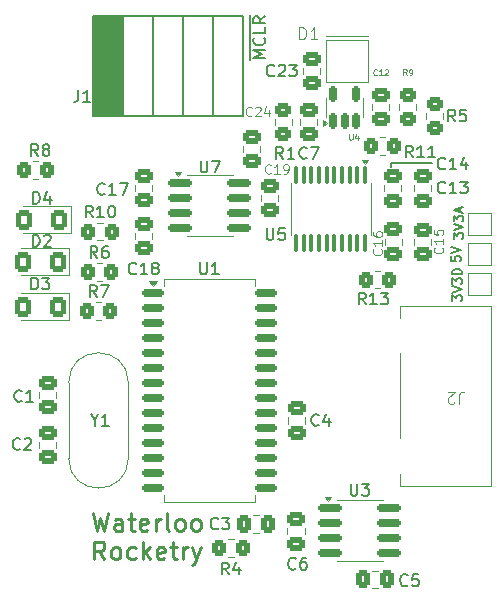
<source format=gto>
G04 #@! TF.GenerationSoftware,KiCad,Pcbnew,8.0.9-8.0.9-0~ubuntu24.04.1*
G04 #@! TF.CreationDate,2025-06-07T19:12:40-04:00*
G04 #@! TF.ProjectId,Sensor Board,53656e73-6f72-4204-926f-6172642e6b69,rev?*
G04 #@! TF.SameCoordinates,Original*
G04 #@! TF.FileFunction,Legend,Top*
G04 #@! TF.FilePolarity,Positive*
%FSLAX46Y46*%
G04 Gerber Fmt 4.6, Leading zero omitted, Abs format (unit mm)*
G04 Created by KiCad (PCBNEW 8.0.9-8.0.9-0~ubuntu24.04.1) date 2025-06-07 19:12:40*
%MOMM*%
%LPD*%
G01*
G04 APERTURE LIST*
G04 Aperture macros list*
%AMRoundRect*
0 Rectangle with rounded corners*
0 $1 Rounding radius*
0 $2 $3 $4 $5 $6 $7 $8 $9 X,Y pos of 4 corners*
0 Add a 4 corners polygon primitive as box body*
4,1,4,$2,$3,$4,$5,$6,$7,$8,$9,$2,$3,0*
0 Add four circle primitives for the rounded corners*
1,1,$1+$1,$2,$3*
1,1,$1+$1,$4,$5*
1,1,$1+$1,$6,$7*
1,1,$1+$1,$8,$9*
0 Add four rect primitives between the rounded corners*
20,1,$1+$1,$2,$3,$4,$5,0*
20,1,$1+$1,$4,$5,$6,$7,0*
20,1,$1+$1,$6,$7,$8,$9,0*
20,1,$1+$1,$8,$9,$2,$3,0*%
G04 Aperture macros list end*
%ADD10C,0.150000*%
%ADD11C,0.250000*%
%ADD12C,0.125000*%
%ADD13C,0.100000*%
%ADD14C,0.120000*%
%ADD15RoundRect,0.250000X-0.475000X0.337500X-0.475000X-0.337500X0.475000X-0.337500X0.475000X0.337500X0*%
%ADD16RoundRect,0.250000X-0.450000X0.350000X-0.450000X-0.350000X0.450000X-0.350000X0.450000X0.350000X0*%
%ADD17RoundRect,0.150000X0.150000X-0.512500X0.150000X0.512500X-0.150000X0.512500X-0.150000X-0.512500X0*%
%ADD18R,1.000000X2.000000*%
%ADD19RoundRect,0.250000X0.337500X0.475000X-0.337500X0.475000X-0.337500X-0.475000X0.337500X-0.475000X0*%
%ADD20RoundRect,0.250000X0.350000X0.450000X-0.350000X0.450000X-0.350000X-0.450000X0.350000X-0.450000X0*%
%ADD21R,1.500000X1.500000*%
%ADD22C,3.800000*%
%ADD23C,1.000000*%
%ADD24RoundRect,0.250000X0.475000X-0.337500X0.475000X0.337500X-0.475000X0.337500X-0.475000X-0.337500X0*%
%ADD25RoundRect,0.250000X-0.350000X-0.450000X0.350000X-0.450000X0.350000X0.450000X-0.350000X0.450000X0*%
%ADD26RoundRect,0.150000X-0.825000X-0.150000X0.825000X-0.150000X0.825000X0.150000X-0.825000X0.150000X0*%
%ADD27RoundRect,0.250001X0.462499X0.624999X-0.462499X0.624999X-0.462499X-0.624999X0.462499X-0.624999X0*%
%ADD28C,5.600000*%
%ADD29R,3.100000X1.300000*%
%ADD30RoundRect,0.250000X-0.337500X-0.475000X0.337500X-0.475000X0.337500X0.475000X-0.337500X0.475000X0*%
%ADD31RoundRect,0.100000X-0.100000X0.637500X-0.100000X-0.637500X0.100000X-0.637500X0.100000X0.637500X0*%
%ADD32C,1.500000*%
%ADD33RoundRect,0.150000X-0.750000X-0.150000X0.750000X-0.150000X0.750000X0.150000X-0.750000X0.150000X0*%
G04 APERTURE END LIST*
D10*
X214503000Y-67437000D02*
X214503000Y-67818000D01*
X217932000Y-67437000D02*
X214503000Y-67437000D01*
X203831819Y-58591220D02*
X202831819Y-58591220D01*
X202831819Y-58591220D02*
X203546104Y-58257887D01*
X203546104Y-58257887D02*
X202831819Y-57924554D01*
X202831819Y-57924554D02*
X203831819Y-57924554D01*
X203736580Y-56876935D02*
X203784200Y-56924554D01*
X203784200Y-56924554D02*
X203831819Y-57067411D01*
X203831819Y-57067411D02*
X203831819Y-57162649D01*
X203831819Y-57162649D02*
X203784200Y-57305506D01*
X203784200Y-57305506D02*
X203688961Y-57400744D01*
X203688961Y-57400744D02*
X203593723Y-57448363D01*
X203593723Y-57448363D02*
X203403247Y-57495982D01*
X203403247Y-57495982D02*
X203260390Y-57495982D01*
X203260390Y-57495982D02*
X203069914Y-57448363D01*
X203069914Y-57448363D02*
X202974676Y-57400744D01*
X202974676Y-57400744D02*
X202879438Y-57305506D01*
X202879438Y-57305506D02*
X202831819Y-57162649D01*
X202831819Y-57162649D02*
X202831819Y-57067411D01*
X202831819Y-57067411D02*
X202879438Y-56924554D01*
X202879438Y-56924554D02*
X202927057Y-56876935D01*
X203831819Y-55972173D02*
X203831819Y-56448363D01*
X203831819Y-56448363D02*
X202831819Y-56448363D01*
X203831819Y-55067411D02*
X203355628Y-55400744D01*
X203831819Y-55638839D02*
X202831819Y-55638839D01*
X202831819Y-55638839D02*
X202831819Y-55257887D01*
X202831819Y-55257887D02*
X202879438Y-55162649D01*
X202879438Y-55162649D02*
X202927057Y-55115030D01*
X202927057Y-55115030D02*
X203022295Y-55067411D01*
X203022295Y-55067411D02*
X203165152Y-55067411D01*
X203165152Y-55067411D02*
X203260390Y-55115030D01*
X203260390Y-55115030D02*
X203308009Y-55162649D01*
X203308009Y-55162649D02*
X203355628Y-55257887D01*
X203355628Y-55257887D02*
X203355628Y-55638839D01*
X202554200Y-58729316D02*
X202554200Y-54976935D01*
D11*
X189227758Y-97107512D02*
X189584901Y-98607512D01*
X189584901Y-98607512D02*
X189870615Y-97536084D01*
X189870615Y-97536084D02*
X190156330Y-98607512D01*
X190156330Y-98607512D02*
X190513473Y-97107512D01*
X191727759Y-98607512D02*
X191727759Y-97821798D01*
X191727759Y-97821798D02*
X191656330Y-97678941D01*
X191656330Y-97678941D02*
X191513473Y-97607512D01*
X191513473Y-97607512D02*
X191227759Y-97607512D01*
X191227759Y-97607512D02*
X191084901Y-97678941D01*
X191727759Y-98536084D02*
X191584901Y-98607512D01*
X191584901Y-98607512D02*
X191227759Y-98607512D01*
X191227759Y-98607512D02*
X191084901Y-98536084D01*
X191084901Y-98536084D02*
X191013473Y-98393226D01*
X191013473Y-98393226D02*
X191013473Y-98250369D01*
X191013473Y-98250369D02*
X191084901Y-98107512D01*
X191084901Y-98107512D02*
X191227759Y-98036084D01*
X191227759Y-98036084D02*
X191584901Y-98036084D01*
X191584901Y-98036084D02*
X191727759Y-97964655D01*
X192227759Y-97607512D02*
X192799187Y-97607512D01*
X192442044Y-97107512D02*
X192442044Y-98393226D01*
X192442044Y-98393226D02*
X192513473Y-98536084D01*
X192513473Y-98536084D02*
X192656330Y-98607512D01*
X192656330Y-98607512D02*
X192799187Y-98607512D01*
X193870616Y-98536084D02*
X193727759Y-98607512D01*
X193727759Y-98607512D02*
X193442045Y-98607512D01*
X193442045Y-98607512D02*
X193299187Y-98536084D01*
X193299187Y-98536084D02*
X193227759Y-98393226D01*
X193227759Y-98393226D02*
X193227759Y-97821798D01*
X193227759Y-97821798D02*
X193299187Y-97678941D01*
X193299187Y-97678941D02*
X193442045Y-97607512D01*
X193442045Y-97607512D02*
X193727759Y-97607512D01*
X193727759Y-97607512D02*
X193870616Y-97678941D01*
X193870616Y-97678941D02*
X193942045Y-97821798D01*
X193942045Y-97821798D02*
X193942045Y-97964655D01*
X193942045Y-97964655D02*
X193227759Y-98107512D01*
X194584901Y-98607512D02*
X194584901Y-97607512D01*
X194584901Y-97893226D02*
X194656330Y-97750369D01*
X194656330Y-97750369D02*
X194727759Y-97678941D01*
X194727759Y-97678941D02*
X194870616Y-97607512D01*
X194870616Y-97607512D02*
X195013473Y-97607512D01*
X195727758Y-98607512D02*
X195584901Y-98536084D01*
X195584901Y-98536084D02*
X195513472Y-98393226D01*
X195513472Y-98393226D02*
X195513472Y-97107512D01*
X196513472Y-98607512D02*
X196370615Y-98536084D01*
X196370615Y-98536084D02*
X196299186Y-98464655D01*
X196299186Y-98464655D02*
X196227758Y-98321798D01*
X196227758Y-98321798D02*
X196227758Y-97893226D01*
X196227758Y-97893226D02*
X196299186Y-97750369D01*
X196299186Y-97750369D02*
X196370615Y-97678941D01*
X196370615Y-97678941D02*
X196513472Y-97607512D01*
X196513472Y-97607512D02*
X196727758Y-97607512D01*
X196727758Y-97607512D02*
X196870615Y-97678941D01*
X196870615Y-97678941D02*
X196942044Y-97750369D01*
X196942044Y-97750369D02*
X197013472Y-97893226D01*
X197013472Y-97893226D02*
X197013472Y-98321798D01*
X197013472Y-98321798D02*
X196942044Y-98464655D01*
X196942044Y-98464655D02*
X196870615Y-98536084D01*
X196870615Y-98536084D02*
X196727758Y-98607512D01*
X196727758Y-98607512D02*
X196513472Y-98607512D01*
X197870615Y-98607512D02*
X197727758Y-98536084D01*
X197727758Y-98536084D02*
X197656329Y-98464655D01*
X197656329Y-98464655D02*
X197584901Y-98321798D01*
X197584901Y-98321798D02*
X197584901Y-97893226D01*
X197584901Y-97893226D02*
X197656329Y-97750369D01*
X197656329Y-97750369D02*
X197727758Y-97678941D01*
X197727758Y-97678941D02*
X197870615Y-97607512D01*
X197870615Y-97607512D02*
X198084901Y-97607512D01*
X198084901Y-97607512D02*
X198227758Y-97678941D01*
X198227758Y-97678941D02*
X198299187Y-97750369D01*
X198299187Y-97750369D02*
X198370615Y-97893226D01*
X198370615Y-97893226D02*
X198370615Y-98321798D01*
X198370615Y-98321798D02*
X198299187Y-98464655D01*
X198299187Y-98464655D02*
X198227758Y-98536084D01*
X198227758Y-98536084D02*
X198084901Y-98607512D01*
X198084901Y-98607512D02*
X197870615Y-98607512D01*
X190227758Y-101022428D02*
X189727758Y-100308142D01*
X189370615Y-101022428D02*
X189370615Y-99522428D01*
X189370615Y-99522428D02*
X189942044Y-99522428D01*
X189942044Y-99522428D02*
X190084901Y-99593857D01*
X190084901Y-99593857D02*
X190156330Y-99665285D01*
X190156330Y-99665285D02*
X190227758Y-99808142D01*
X190227758Y-99808142D02*
X190227758Y-100022428D01*
X190227758Y-100022428D02*
X190156330Y-100165285D01*
X190156330Y-100165285D02*
X190084901Y-100236714D01*
X190084901Y-100236714D02*
X189942044Y-100308142D01*
X189942044Y-100308142D02*
X189370615Y-100308142D01*
X191084901Y-101022428D02*
X190942044Y-100951000D01*
X190942044Y-100951000D02*
X190870615Y-100879571D01*
X190870615Y-100879571D02*
X190799187Y-100736714D01*
X190799187Y-100736714D02*
X190799187Y-100308142D01*
X190799187Y-100308142D02*
X190870615Y-100165285D01*
X190870615Y-100165285D02*
X190942044Y-100093857D01*
X190942044Y-100093857D02*
X191084901Y-100022428D01*
X191084901Y-100022428D02*
X191299187Y-100022428D01*
X191299187Y-100022428D02*
X191442044Y-100093857D01*
X191442044Y-100093857D02*
X191513473Y-100165285D01*
X191513473Y-100165285D02*
X191584901Y-100308142D01*
X191584901Y-100308142D02*
X191584901Y-100736714D01*
X191584901Y-100736714D02*
X191513473Y-100879571D01*
X191513473Y-100879571D02*
X191442044Y-100951000D01*
X191442044Y-100951000D02*
X191299187Y-101022428D01*
X191299187Y-101022428D02*
X191084901Y-101022428D01*
X192870616Y-100951000D02*
X192727758Y-101022428D01*
X192727758Y-101022428D02*
X192442044Y-101022428D01*
X192442044Y-101022428D02*
X192299187Y-100951000D01*
X192299187Y-100951000D02*
X192227758Y-100879571D01*
X192227758Y-100879571D02*
X192156330Y-100736714D01*
X192156330Y-100736714D02*
X192156330Y-100308142D01*
X192156330Y-100308142D02*
X192227758Y-100165285D01*
X192227758Y-100165285D02*
X192299187Y-100093857D01*
X192299187Y-100093857D02*
X192442044Y-100022428D01*
X192442044Y-100022428D02*
X192727758Y-100022428D01*
X192727758Y-100022428D02*
X192870616Y-100093857D01*
X193513472Y-101022428D02*
X193513472Y-99522428D01*
X193656330Y-100451000D02*
X194084901Y-101022428D01*
X194084901Y-100022428D02*
X193513472Y-100593857D01*
X195299187Y-100951000D02*
X195156330Y-101022428D01*
X195156330Y-101022428D02*
X194870616Y-101022428D01*
X194870616Y-101022428D02*
X194727758Y-100951000D01*
X194727758Y-100951000D02*
X194656330Y-100808142D01*
X194656330Y-100808142D02*
X194656330Y-100236714D01*
X194656330Y-100236714D02*
X194727758Y-100093857D01*
X194727758Y-100093857D02*
X194870616Y-100022428D01*
X194870616Y-100022428D02*
X195156330Y-100022428D01*
X195156330Y-100022428D02*
X195299187Y-100093857D01*
X195299187Y-100093857D02*
X195370616Y-100236714D01*
X195370616Y-100236714D02*
X195370616Y-100379571D01*
X195370616Y-100379571D02*
X194656330Y-100522428D01*
X195799187Y-100022428D02*
X196370615Y-100022428D01*
X196013472Y-99522428D02*
X196013472Y-100808142D01*
X196013472Y-100808142D02*
X196084901Y-100951000D01*
X196084901Y-100951000D02*
X196227758Y-101022428D01*
X196227758Y-101022428D02*
X196370615Y-101022428D01*
X196870615Y-101022428D02*
X196870615Y-100022428D01*
X196870615Y-100308142D02*
X196942044Y-100165285D01*
X196942044Y-100165285D02*
X197013473Y-100093857D01*
X197013473Y-100093857D02*
X197156330Y-100022428D01*
X197156330Y-100022428D02*
X197299187Y-100022428D01*
X197656329Y-100022428D02*
X198013472Y-101022428D01*
X198370615Y-100022428D02*
X198013472Y-101022428D01*
X198013472Y-101022428D02*
X197870615Y-101379571D01*
X197870615Y-101379571D02*
X197799186Y-101451000D01*
X197799186Y-101451000D02*
X197656329Y-101522428D01*
D10*
X183094333Y-91672580D02*
X183046714Y-91720200D01*
X183046714Y-91720200D02*
X182903857Y-91767819D01*
X182903857Y-91767819D02*
X182808619Y-91767819D01*
X182808619Y-91767819D02*
X182665762Y-91720200D01*
X182665762Y-91720200D02*
X182570524Y-91624961D01*
X182570524Y-91624961D02*
X182522905Y-91529723D01*
X182522905Y-91529723D02*
X182475286Y-91339247D01*
X182475286Y-91339247D02*
X182475286Y-91196390D01*
X182475286Y-91196390D02*
X182522905Y-91005914D01*
X182522905Y-91005914D02*
X182570524Y-90910676D01*
X182570524Y-90910676D02*
X182665762Y-90815438D01*
X182665762Y-90815438D02*
X182808619Y-90767819D01*
X182808619Y-90767819D02*
X182903857Y-90767819D01*
X182903857Y-90767819D02*
X183046714Y-90815438D01*
X183046714Y-90815438D02*
X183094333Y-90863057D01*
X183475286Y-90863057D02*
X183522905Y-90815438D01*
X183522905Y-90815438D02*
X183618143Y-90767819D01*
X183618143Y-90767819D02*
X183856238Y-90767819D01*
X183856238Y-90767819D02*
X183951476Y-90815438D01*
X183951476Y-90815438D02*
X183999095Y-90863057D01*
X183999095Y-90863057D02*
X184046714Y-90958295D01*
X184046714Y-90958295D02*
X184046714Y-91053533D01*
X184046714Y-91053533D02*
X183999095Y-91196390D01*
X183999095Y-91196390D02*
X183427667Y-91767819D01*
X183427667Y-91767819D02*
X184046714Y-91767819D01*
X205344733Y-67129819D02*
X205011400Y-66653628D01*
X204773305Y-67129819D02*
X204773305Y-66129819D01*
X204773305Y-66129819D02*
X205154257Y-66129819D01*
X205154257Y-66129819D02*
X205249495Y-66177438D01*
X205249495Y-66177438D02*
X205297114Y-66225057D01*
X205297114Y-66225057D02*
X205344733Y-66320295D01*
X205344733Y-66320295D02*
X205344733Y-66463152D01*
X205344733Y-66463152D02*
X205297114Y-66558390D01*
X205297114Y-66558390D02*
X205249495Y-66606009D01*
X205249495Y-66606009D02*
X205154257Y-66653628D01*
X205154257Y-66653628D02*
X204773305Y-66653628D01*
X206297114Y-67129819D02*
X205725686Y-67129819D01*
X206011400Y-67129819D02*
X206011400Y-66129819D01*
X206011400Y-66129819D02*
X205916162Y-66272676D01*
X205916162Y-66272676D02*
X205820924Y-66367914D01*
X205820924Y-66367914D02*
X205725686Y-66415533D01*
D12*
X210947047Y-65002809D02*
X210947047Y-65407571D01*
X210947047Y-65407571D02*
X210970857Y-65455190D01*
X210970857Y-65455190D02*
X210994666Y-65479000D01*
X210994666Y-65479000D02*
X211042285Y-65502809D01*
X211042285Y-65502809D02*
X211137523Y-65502809D01*
X211137523Y-65502809D02*
X211185142Y-65479000D01*
X211185142Y-65479000D02*
X211208952Y-65455190D01*
X211208952Y-65455190D02*
X211232761Y-65407571D01*
X211232761Y-65407571D02*
X211232761Y-65002809D01*
X211685143Y-65169476D02*
X211685143Y-65502809D01*
X211566095Y-64979000D02*
X211447048Y-65336142D01*
X211447048Y-65336142D02*
X211756571Y-65336142D01*
D10*
X188007666Y-61303819D02*
X188007666Y-62018104D01*
X188007666Y-62018104D02*
X187960047Y-62160961D01*
X187960047Y-62160961D02*
X187864809Y-62256200D01*
X187864809Y-62256200D02*
X187721952Y-62303819D01*
X187721952Y-62303819D02*
X187626714Y-62303819D01*
X189007666Y-62303819D02*
X188436238Y-62303819D01*
X188721952Y-62303819D02*
X188721952Y-61303819D01*
X188721952Y-61303819D02*
X188626714Y-61446676D01*
X188626714Y-61446676D02*
X188531476Y-61541914D01*
X188531476Y-61541914D02*
X188436238Y-61589533D01*
X199858333Y-98403580D02*
X199810714Y-98451200D01*
X199810714Y-98451200D02*
X199667857Y-98498819D01*
X199667857Y-98498819D02*
X199572619Y-98498819D01*
X199572619Y-98498819D02*
X199429762Y-98451200D01*
X199429762Y-98451200D02*
X199334524Y-98355961D01*
X199334524Y-98355961D02*
X199286905Y-98260723D01*
X199286905Y-98260723D02*
X199239286Y-98070247D01*
X199239286Y-98070247D02*
X199239286Y-97927390D01*
X199239286Y-97927390D02*
X199286905Y-97736914D01*
X199286905Y-97736914D02*
X199334524Y-97641676D01*
X199334524Y-97641676D02*
X199429762Y-97546438D01*
X199429762Y-97546438D02*
X199572619Y-97498819D01*
X199572619Y-97498819D02*
X199667857Y-97498819D01*
X199667857Y-97498819D02*
X199810714Y-97546438D01*
X199810714Y-97546438D02*
X199858333Y-97594057D01*
X200191667Y-97498819D02*
X200810714Y-97498819D01*
X200810714Y-97498819D02*
X200477381Y-97879771D01*
X200477381Y-97879771D02*
X200620238Y-97879771D01*
X200620238Y-97879771D02*
X200715476Y-97927390D01*
X200715476Y-97927390D02*
X200763095Y-97975009D01*
X200763095Y-97975009D02*
X200810714Y-98070247D01*
X200810714Y-98070247D02*
X200810714Y-98308342D01*
X200810714Y-98308342D02*
X200763095Y-98403580D01*
X200763095Y-98403580D02*
X200715476Y-98451200D01*
X200715476Y-98451200D02*
X200620238Y-98498819D01*
X200620238Y-98498819D02*
X200334524Y-98498819D01*
X200334524Y-98498819D02*
X200239286Y-98451200D01*
X200239286Y-98451200D02*
X200191667Y-98403580D01*
X192905142Y-76813580D02*
X192857523Y-76861200D01*
X192857523Y-76861200D02*
X192714666Y-76908819D01*
X192714666Y-76908819D02*
X192619428Y-76908819D01*
X192619428Y-76908819D02*
X192476571Y-76861200D01*
X192476571Y-76861200D02*
X192381333Y-76765961D01*
X192381333Y-76765961D02*
X192333714Y-76670723D01*
X192333714Y-76670723D02*
X192286095Y-76480247D01*
X192286095Y-76480247D02*
X192286095Y-76337390D01*
X192286095Y-76337390D02*
X192333714Y-76146914D01*
X192333714Y-76146914D02*
X192381333Y-76051676D01*
X192381333Y-76051676D02*
X192476571Y-75956438D01*
X192476571Y-75956438D02*
X192619428Y-75908819D01*
X192619428Y-75908819D02*
X192714666Y-75908819D01*
X192714666Y-75908819D02*
X192857523Y-75956438D01*
X192857523Y-75956438D02*
X192905142Y-76004057D01*
X193857523Y-76908819D02*
X193286095Y-76908819D01*
X193571809Y-76908819D02*
X193571809Y-75908819D01*
X193571809Y-75908819D02*
X193476571Y-76051676D01*
X193476571Y-76051676D02*
X193381333Y-76146914D01*
X193381333Y-76146914D02*
X193286095Y-76194533D01*
X194428952Y-76337390D02*
X194333714Y-76289771D01*
X194333714Y-76289771D02*
X194286095Y-76242152D01*
X194286095Y-76242152D02*
X194238476Y-76146914D01*
X194238476Y-76146914D02*
X194238476Y-76099295D01*
X194238476Y-76099295D02*
X194286095Y-76004057D01*
X194286095Y-76004057D02*
X194333714Y-75956438D01*
X194333714Y-75956438D02*
X194428952Y-75908819D01*
X194428952Y-75908819D02*
X194619428Y-75908819D01*
X194619428Y-75908819D02*
X194714666Y-75956438D01*
X194714666Y-75956438D02*
X194762285Y-76004057D01*
X194762285Y-76004057D02*
X194809904Y-76099295D01*
X194809904Y-76099295D02*
X194809904Y-76146914D01*
X194809904Y-76146914D02*
X194762285Y-76242152D01*
X194762285Y-76242152D02*
X194714666Y-76289771D01*
X194714666Y-76289771D02*
X194619428Y-76337390D01*
X194619428Y-76337390D02*
X194428952Y-76337390D01*
X194428952Y-76337390D02*
X194333714Y-76385009D01*
X194333714Y-76385009D02*
X194286095Y-76432628D01*
X194286095Y-76432628D02*
X194238476Y-76527866D01*
X194238476Y-76527866D02*
X194238476Y-76718342D01*
X194238476Y-76718342D02*
X194286095Y-76813580D01*
X194286095Y-76813580D02*
X194333714Y-76861200D01*
X194333714Y-76861200D02*
X194428952Y-76908819D01*
X194428952Y-76908819D02*
X194619428Y-76908819D01*
X194619428Y-76908819D02*
X194714666Y-76861200D01*
X194714666Y-76861200D02*
X194762285Y-76813580D01*
X194762285Y-76813580D02*
X194809904Y-76718342D01*
X194809904Y-76718342D02*
X194809904Y-76527866D01*
X194809904Y-76527866D02*
X194762285Y-76432628D01*
X194762285Y-76432628D02*
X194714666Y-76385009D01*
X194714666Y-76385009D02*
X194619428Y-76337390D01*
D12*
X204311314Y-68308604D02*
X204273218Y-68346700D01*
X204273218Y-68346700D02*
X204158933Y-68384795D01*
X204158933Y-68384795D02*
X204082742Y-68384795D01*
X204082742Y-68384795D02*
X203968456Y-68346700D01*
X203968456Y-68346700D02*
X203892266Y-68270509D01*
X203892266Y-68270509D02*
X203854171Y-68194319D01*
X203854171Y-68194319D02*
X203816075Y-68041938D01*
X203816075Y-68041938D02*
X203816075Y-67927652D01*
X203816075Y-67927652D02*
X203854171Y-67775271D01*
X203854171Y-67775271D02*
X203892266Y-67699080D01*
X203892266Y-67699080D02*
X203968456Y-67622890D01*
X203968456Y-67622890D02*
X204082742Y-67584795D01*
X204082742Y-67584795D02*
X204158933Y-67584795D01*
X204158933Y-67584795D02*
X204273218Y-67622890D01*
X204273218Y-67622890D02*
X204311314Y-67660985D01*
X205073218Y-68384795D02*
X204616075Y-68384795D01*
X204844647Y-68384795D02*
X204844647Y-67584795D01*
X204844647Y-67584795D02*
X204768456Y-67699080D01*
X204768456Y-67699080D02*
X204692266Y-67775271D01*
X204692266Y-67775271D02*
X204616075Y-67813366D01*
X205454171Y-68384795D02*
X205606552Y-68384795D01*
X205606552Y-68384795D02*
X205682742Y-68346700D01*
X205682742Y-68346700D02*
X205720838Y-68308604D01*
X205720838Y-68308604D02*
X205797028Y-68194319D01*
X205797028Y-68194319D02*
X205835123Y-68041938D01*
X205835123Y-68041938D02*
X205835123Y-67737176D01*
X205835123Y-67737176D02*
X205797028Y-67660985D01*
X205797028Y-67660985D02*
X205758933Y-67622890D01*
X205758933Y-67622890D02*
X205682742Y-67584795D01*
X205682742Y-67584795D02*
X205530361Y-67584795D01*
X205530361Y-67584795D02*
X205454171Y-67622890D01*
X205454171Y-67622890D02*
X205416076Y-67660985D01*
X205416076Y-67660985D02*
X205377980Y-67737176D01*
X205377980Y-67737176D02*
X205377980Y-67927652D01*
X205377980Y-67927652D02*
X205416076Y-68003842D01*
X205416076Y-68003842D02*
X205454171Y-68041938D01*
X205454171Y-68041938D02*
X205530361Y-68080033D01*
X205530361Y-68080033D02*
X205682742Y-68080033D01*
X205682742Y-68080033D02*
X205758933Y-68041938D01*
X205758933Y-68041938D02*
X205797028Y-68003842D01*
X205797028Y-68003842D02*
X205835123Y-67927652D01*
D10*
X208367333Y-89640580D02*
X208319714Y-89688200D01*
X208319714Y-89688200D02*
X208176857Y-89735819D01*
X208176857Y-89735819D02*
X208081619Y-89735819D01*
X208081619Y-89735819D02*
X207938762Y-89688200D01*
X207938762Y-89688200D02*
X207843524Y-89592961D01*
X207843524Y-89592961D02*
X207795905Y-89497723D01*
X207795905Y-89497723D02*
X207748286Y-89307247D01*
X207748286Y-89307247D02*
X207748286Y-89164390D01*
X207748286Y-89164390D02*
X207795905Y-88973914D01*
X207795905Y-88973914D02*
X207843524Y-88878676D01*
X207843524Y-88878676D02*
X207938762Y-88783438D01*
X207938762Y-88783438D02*
X208081619Y-88735819D01*
X208081619Y-88735819D02*
X208176857Y-88735819D01*
X208176857Y-88735819D02*
X208319714Y-88783438D01*
X208319714Y-88783438D02*
X208367333Y-88831057D01*
X209224476Y-89069152D02*
X209224476Y-89735819D01*
X208986381Y-88688200D02*
X208748286Y-89402485D01*
X208748286Y-89402485D02*
X209367333Y-89402485D01*
X212336142Y-79448819D02*
X212002809Y-78972628D01*
X211764714Y-79448819D02*
X211764714Y-78448819D01*
X211764714Y-78448819D02*
X212145666Y-78448819D01*
X212145666Y-78448819D02*
X212240904Y-78496438D01*
X212240904Y-78496438D02*
X212288523Y-78544057D01*
X212288523Y-78544057D02*
X212336142Y-78639295D01*
X212336142Y-78639295D02*
X212336142Y-78782152D01*
X212336142Y-78782152D02*
X212288523Y-78877390D01*
X212288523Y-78877390D02*
X212240904Y-78925009D01*
X212240904Y-78925009D02*
X212145666Y-78972628D01*
X212145666Y-78972628D02*
X211764714Y-78972628D01*
X213288523Y-79448819D02*
X212717095Y-79448819D01*
X213002809Y-79448819D02*
X213002809Y-78448819D01*
X213002809Y-78448819D02*
X212907571Y-78591676D01*
X212907571Y-78591676D02*
X212812333Y-78686914D01*
X212812333Y-78686914D02*
X212717095Y-78734533D01*
X213621857Y-78448819D02*
X214240904Y-78448819D01*
X214240904Y-78448819D02*
X213907571Y-78829771D01*
X213907571Y-78829771D02*
X214050428Y-78829771D01*
X214050428Y-78829771D02*
X214145666Y-78877390D01*
X214145666Y-78877390D02*
X214193285Y-78925009D01*
X214193285Y-78925009D02*
X214240904Y-79020247D01*
X214240904Y-79020247D02*
X214240904Y-79258342D01*
X214240904Y-79258342D02*
X214193285Y-79353580D01*
X214193285Y-79353580D02*
X214145666Y-79401200D01*
X214145666Y-79401200D02*
X214050428Y-79448819D01*
X214050428Y-79448819D02*
X213764714Y-79448819D01*
X213764714Y-79448819D02*
X213669476Y-79401200D01*
X213669476Y-79401200D02*
X213621857Y-79353580D01*
X219678695Y-79165276D02*
X219678695Y-78670038D01*
X219678695Y-78670038D02*
X219983457Y-78936704D01*
X219983457Y-78936704D02*
X219983457Y-78822419D01*
X219983457Y-78822419D02*
X220021552Y-78746228D01*
X220021552Y-78746228D02*
X220059647Y-78708133D01*
X220059647Y-78708133D02*
X220135838Y-78670038D01*
X220135838Y-78670038D02*
X220326314Y-78670038D01*
X220326314Y-78670038D02*
X220402504Y-78708133D01*
X220402504Y-78708133D02*
X220440600Y-78746228D01*
X220440600Y-78746228D02*
X220478695Y-78822419D01*
X220478695Y-78822419D02*
X220478695Y-79050990D01*
X220478695Y-79050990D02*
X220440600Y-79127181D01*
X220440600Y-79127181D02*
X220402504Y-79165276D01*
X219678695Y-78441466D02*
X220478695Y-78174799D01*
X220478695Y-78174799D02*
X219678695Y-77908133D01*
X219678695Y-77717657D02*
X219678695Y-77222419D01*
X219678695Y-77222419D02*
X219983457Y-77489085D01*
X219983457Y-77489085D02*
X219983457Y-77374800D01*
X219983457Y-77374800D02*
X220021552Y-77298609D01*
X220021552Y-77298609D02*
X220059647Y-77260514D01*
X220059647Y-77260514D02*
X220135838Y-77222419D01*
X220135838Y-77222419D02*
X220326314Y-77222419D01*
X220326314Y-77222419D02*
X220402504Y-77260514D01*
X220402504Y-77260514D02*
X220440600Y-77298609D01*
X220440600Y-77298609D02*
X220478695Y-77374800D01*
X220478695Y-77374800D02*
X220478695Y-77603371D01*
X220478695Y-77603371D02*
X220440600Y-77679562D01*
X220440600Y-77679562D02*
X220402504Y-77717657D01*
X220478695Y-76879561D02*
X219678695Y-76879561D01*
X219678695Y-76879561D02*
X219678695Y-76689085D01*
X219678695Y-76689085D02*
X219716790Y-76574799D01*
X219716790Y-76574799D02*
X219792980Y-76498609D01*
X219792980Y-76498609D02*
X219869171Y-76460514D01*
X219869171Y-76460514D02*
X220021552Y-76422418D01*
X220021552Y-76422418D02*
X220135838Y-76422418D01*
X220135838Y-76422418D02*
X220288219Y-76460514D01*
X220288219Y-76460514D02*
X220364409Y-76498609D01*
X220364409Y-76498609D02*
X220440600Y-76574799D01*
X220440600Y-76574799D02*
X220478695Y-76689085D01*
X220478695Y-76689085D02*
X220478695Y-76879561D01*
D13*
X220277333Y-87841580D02*
X220277333Y-87127295D01*
X220277333Y-87127295D02*
X220324952Y-86984438D01*
X220324952Y-86984438D02*
X220420190Y-86889200D01*
X220420190Y-86889200D02*
X220563047Y-86841580D01*
X220563047Y-86841580D02*
X220658285Y-86841580D01*
X219848761Y-87746342D02*
X219801142Y-87793961D01*
X219801142Y-87793961D02*
X219705904Y-87841580D01*
X219705904Y-87841580D02*
X219467809Y-87841580D01*
X219467809Y-87841580D02*
X219372571Y-87793961D01*
X219372571Y-87793961D02*
X219324952Y-87746342D01*
X219324952Y-87746342D02*
X219277333Y-87651104D01*
X219277333Y-87651104D02*
X219277333Y-87555866D01*
X219277333Y-87555866D02*
X219324952Y-87413009D01*
X219324952Y-87413009D02*
X219896380Y-86841580D01*
X219896380Y-86841580D02*
X219277333Y-86841580D01*
D10*
X219577095Y-75387180D02*
X219577095Y-75768132D01*
X219577095Y-75768132D02*
X219958047Y-75806228D01*
X219958047Y-75806228D02*
X219919952Y-75768132D01*
X219919952Y-75768132D02*
X219881857Y-75691942D01*
X219881857Y-75691942D02*
X219881857Y-75501466D01*
X219881857Y-75501466D02*
X219919952Y-75425275D01*
X219919952Y-75425275D02*
X219958047Y-75387180D01*
X219958047Y-75387180D02*
X220034238Y-75349085D01*
X220034238Y-75349085D02*
X220224714Y-75349085D01*
X220224714Y-75349085D02*
X220300904Y-75387180D01*
X220300904Y-75387180D02*
X220339000Y-75425275D01*
X220339000Y-75425275D02*
X220377095Y-75501466D01*
X220377095Y-75501466D02*
X220377095Y-75691942D01*
X220377095Y-75691942D02*
X220339000Y-75768132D01*
X220339000Y-75768132D02*
X220300904Y-75806228D01*
X219577095Y-75120513D02*
X220377095Y-74853846D01*
X220377095Y-74853846D02*
X219577095Y-74587180D01*
D12*
X213647404Y-74783885D02*
X213685500Y-74821981D01*
X213685500Y-74821981D02*
X213723595Y-74936266D01*
X213723595Y-74936266D02*
X213723595Y-75012457D01*
X213723595Y-75012457D02*
X213685500Y-75126743D01*
X213685500Y-75126743D02*
X213609309Y-75202933D01*
X213609309Y-75202933D02*
X213533119Y-75241028D01*
X213533119Y-75241028D02*
X213380738Y-75279124D01*
X213380738Y-75279124D02*
X213266452Y-75279124D01*
X213266452Y-75279124D02*
X213114071Y-75241028D01*
X213114071Y-75241028D02*
X213037880Y-75202933D01*
X213037880Y-75202933D02*
X212961690Y-75126743D01*
X212961690Y-75126743D02*
X212923595Y-75012457D01*
X212923595Y-75012457D02*
X212923595Y-74936266D01*
X212923595Y-74936266D02*
X212961690Y-74821981D01*
X212961690Y-74821981D02*
X212999785Y-74783885D01*
X213723595Y-74021981D02*
X213723595Y-74479124D01*
X213723595Y-74250552D02*
X212923595Y-74250552D01*
X212923595Y-74250552D02*
X213037880Y-74326743D01*
X213037880Y-74326743D02*
X213114071Y-74402933D01*
X213114071Y-74402933D02*
X213152166Y-74479124D01*
X212923595Y-73336266D02*
X212923595Y-73488647D01*
X212923595Y-73488647D02*
X212961690Y-73564838D01*
X212961690Y-73564838D02*
X212999785Y-73602933D01*
X212999785Y-73602933D02*
X213114071Y-73679123D01*
X213114071Y-73679123D02*
X213266452Y-73717219D01*
X213266452Y-73717219D02*
X213571214Y-73717219D01*
X213571214Y-73717219D02*
X213647404Y-73679123D01*
X213647404Y-73679123D02*
X213685500Y-73641028D01*
X213685500Y-73641028D02*
X213723595Y-73564838D01*
X213723595Y-73564838D02*
X213723595Y-73412457D01*
X213723595Y-73412457D02*
X213685500Y-73336266D01*
X213685500Y-73336266D02*
X213647404Y-73298171D01*
X213647404Y-73298171D02*
X213571214Y-73260076D01*
X213571214Y-73260076D02*
X213380738Y-73260076D01*
X213380738Y-73260076D02*
X213304547Y-73298171D01*
X213304547Y-73298171D02*
X213266452Y-73336266D01*
X213266452Y-73336266D02*
X213228357Y-73412457D01*
X213228357Y-73412457D02*
X213228357Y-73564838D01*
X213228357Y-73564838D02*
X213266452Y-73641028D01*
X213266452Y-73641028D02*
X213304547Y-73679123D01*
X213304547Y-73679123D02*
X213380738Y-73717219D01*
D10*
X189222142Y-72083819D02*
X188888809Y-71607628D01*
X188650714Y-72083819D02*
X188650714Y-71083819D01*
X188650714Y-71083819D02*
X189031666Y-71083819D01*
X189031666Y-71083819D02*
X189126904Y-71131438D01*
X189126904Y-71131438D02*
X189174523Y-71179057D01*
X189174523Y-71179057D02*
X189222142Y-71274295D01*
X189222142Y-71274295D02*
X189222142Y-71417152D01*
X189222142Y-71417152D02*
X189174523Y-71512390D01*
X189174523Y-71512390D02*
X189126904Y-71560009D01*
X189126904Y-71560009D02*
X189031666Y-71607628D01*
X189031666Y-71607628D02*
X188650714Y-71607628D01*
X190174523Y-72083819D02*
X189603095Y-72083819D01*
X189888809Y-72083819D02*
X189888809Y-71083819D01*
X189888809Y-71083819D02*
X189793571Y-71226676D01*
X189793571Y-71226676D02*
X189698333Y-71321914D01*
X189698333Y-71321914D02*
X189603095Y-71369533D01*
X190793571Y-71083819D02*
X190888809Y-71083819D01*
X190888809Y-71083819D02*
X190984047Y-71131438D01*
X190984047Y-71131438D02*
X191031666Y-71179057D01*
X191031666Y-71179057D02*
X191079285Y-71274295D01*
X191079285Y-71274295D02*
X191126904Y-71464771D01*
X191126904Y-71464771D02*
X191126904Y-71702866D01*
X191126904Y-71702866D02*
X191079285Y-71893342D01*
X191079285Y-71893342D02*
X191031666Y-71988580D01*
X191031666Y-71988580D02*
X190984047Y-72036200D01*
X190984047Y-72036200D02*
X190888809Y-72083819D01*
X190888809Y-72083819D02*
X190793571Y-72083819D01*
X190793571Y-72083819D02*
X190698333Y-72036200D01*
X190698333Y-72036200D02*
X190650714Y-71988580D01*
X190650714Y-71988580D02*
X190603095Y-71893342D01*
X190603095Y-71893342D02*
X190555476Y-71702866D01*
X190555476Y-71702866D02*
X190555476Y-71464771D01*
X190555476Y-71464771D02*
X190603095Y-71274295D01*
X190603095Y-71274295D02*
X190650714Y-71179057D01*
X190650714Y-71179057D02*
X190698333Y-71131438D01*
X190698333Y-71131438D02*
X190793571Y-71083819D01*
X198374095Y-67272819D02*
X198374095Y-68082342D01*
X198374095Y-68082342D02*
X198421714Y-68177580D01*
X198421714Y-68177580D02*
X198469333Y-68225200D01*
X198469333Y-68225200D02*
X198564571Y-68272819D01*
X198564571Y-68272819D02*
X198755047Y-68272819D01*
X198755047Y-68272819D02*
X198850285Y-68225200D01*
X198850285Y-68225200D02*
X198897904Y-68177580D01*
X198897904Y-68177580D02*
X198945523Y-68082342D01*
X198945523Y-68082342D02*
X198945523Y-67272819D01*
X199326476Y-67272819D02*
X199993142Y-67272819D01*
X199993142Y-67272819D02*
X199564571Y-68272819D01*
D12*
X215816666Y-60041809D02*
X215650000Y-59803714D01*
X215530952Y-60041809D02*
X215530952Y-59541809D01*
X215530952Y-59541809D02*
X215721428Y-59541809D01*
X215721428Y-59541809D02*
X215769047Y-59565619D01*
X215769047Y-59565619D02*
X215792857Y-59589428D01*
X215792857Y-59589428D02*
X215816666Y-59637047D01*
X215816666Y-59637047D02*
X215816666Y-59708476D01*
X215816666Y-59708476D02*
X215792857Y-59756095D01*
X215792857Y-59756095D02*
X215769047Y-59779904D01*
X215769047Y-59779904D02*
X215721428Y-59803714D01*
X215721428Y-59803714D02*
X215530952Y-59803714D01*
X216054762Y-60041809D02*
X216150000Y-60041809D01*
X216150000Y-60041809D02*
X216197619Y-60018000D01*
X216197619Y-60018000D02*
X216221428Y-59994190D01*
X216221428Y-59994190D02*
X216269047Y-59922761D01*
X216269047Y-59922761D02*
X216292857Y-59827523D01*
X216292857Y-59827523D02*
X216292857Y-59637047D01*
X216292857Y-59637047D02*
X216269047Y-59589428D01*
X216269047Y-59589428D02*
X216245238Y-59565619D01*
X216245238Y-59565619D02*
X216197619Y-59541809D01*
X216197619Y-59541809D02*
X216102381Y-59541809D01*
X216102381Y-59541809D02*
X216054762Y-59565619D01*
X216054762Y-59565619D02*
X216030952Y-59589428D01*
X216030952Y-59589428D02*
X216007143Y-59637047D01*
X216007143Y-59637047D02*
X216007143Y-59756095D01*
X216007143Y-59756095D02*
X216030952Y-59803714D01*
X216030952Y-59803714D02*
X216054762Y-59827523D01*
X216054762Y-59827523D02*
X216102381Y-59851333D01*
X216102381Y-59851333D02*
X216197619Y-59851333D01*
X216197619Y-59851333D02*
X216245238Y-59827523D01*
X216245238Y-59827523D02*
X216269047Y-59803714D01*
X216269047Y-59803714D02*
X216292857Y-59756095D01*
D10*
X206411533Y-101807180D02*
X206363914Y-101854800D01*
X206363914Y-101854800D02*
X206221057Y-101902419D01*
X206221057Y-101902419D02*
X206125819Y-101902419D01*
X206125819Y-101902419D02*
X205982962Y-101854800D01*
X205982962Y-101854800D02*
X205887724Y-101759561D01*
X205887724Y-101759561D02*
X205840105Y-101664323D01*
X205840105Y-101664323D02*
X205792486Y-101473847D01*
X205792486Y-101473847D02*
X205792486Y-101330990D01*
X205792486Y-101330990D02*
X205840105Y-101140514D01*
X205840105Y-101140514D02*
X205887724Y-101045276D01*
X205887724Y-101045276D02*
X205982962Y-100950038D01*
X205982962Y-100950038D02*
X206125819Y-100902419D01*
X206125819Y-100902419D02*
X206221057Y-100902419D01*
X206221057Y-100902419D02*
X206363914Y-100950038D01*
X206363914Y-100950038D02*
X206411533Y-100997657D01*
X207268676Y-100902419D02*
X207078200Y-100902419D01*
X207078200Y-100902419D02*
X206982962Y-100950038D01*
X206982962Y-100950038D02*
X206935343Y-100997657D01*
X206935343Y-100997657D02*
X206840105Y-101140514D01*
X206840105Y-101140514D02*
X206792486Y-101330990D01*
X206792486Y-101330990D02*
X206792486Y-101711942D01*
X206792486Y-101711942D02*
X206840105Y-101807180D01*
X206840105Y-101807180D02*
X206887724Y-101854800D01*
X206887724Y-101854800D02*
X206982962Y-101902419D01*
X206982962Y-101902419D02*
X207173438Y-101902419D01*
X207173438Y-101902419D02*
X207268676Y-101854800D01*
X207268676Y-101854800D02*
X207316295Y-101807180D01*
X207316295Y-101807180D02*
X207363914Y-101711942D01*
X207363914Y-101711942D02*
X207363914Y-101473847D01*
X207363914Y-101473847D02*
X207316295Y-101378609D01*
X207316295Y-101378609D02*
X207268676Y-101330990D01*
X207268676Y-101330990D02*
X207173438Y-101283371D01*
X207173438Y-101283371D02*
X206982962Y-101283371D01*
X206982962Y-101283371D02*
X206887724Y-101330990D01*
X206887724Y-101330990D02*
X206840105Y-101378609D01*
X206840105Y-101378609D02*
X206792486Y-101473847D01*
X219924333Y-63954819D02*
X219591000Y-63478628D01*
X219352905Y-63954819D02*
X219352905Y-62954819D01*
X219352905Y-62954819D02*
X219733857Y-62954819D01*
X219733857Y-62954819D02*
X219829095Y-63002438D01*
X219829095Y-63002438D02*
X219876714Y-63050057D01*
X219876714Y-63050057D02*
X219924333Y-63145295D01*
X219924333Y-63145295D02*
X219924333Y-63288152D01*
X219924333Y-63288152D02*
X219876714Y-63383390D01*
X219876714Y-63383390D02*
X219829095Y-63431009D01*
X219829095Y-63431009D02*
X219733857Y-63478628D01*
X219733857Y-63478628D02*
X219352905Y-63478628D01*
X220829095Y-62954819D02*
X220352905Y-62954819D01*
X220352905Y-62954819D02*
X220305286Y-63431009D01*
X220305286Y-63431009D02*
X220352905Y-63383390D01*
X220352905Y-63383390D02*
X220448143Y-63335771D01*
X220448143Y-63335771D02*
X220686238Y-63335771D01*
X220686238Y-63335771D02*
X220781476Y-63383390D01*
X220781476Y-63383390D02*
X220829095Y-63431009D01*
X220829095Y-63431009D02*
X220876714Y-63526247D01*
X220876714Y-63526247D02*
X220876714Y-63764342D01*
X220876714Y-63764342D02*
X220829095Y-63859580D01*
X220829095Y-63859580D02*
X220781476Y-63907200D01*
X220781476Y-63907200D02*
X220686238Y-63954819D01*
X220686238Y-63954819D02*
X220448143Y-63954819D01*
X220448143Y-63954819D02*
X220352905Y-63907200D01*
X220352905Y-63907200D02*
X220305286Y-63859580D01*
X184046905Y-78178819D02*
X184046905Y-77178819D01*
X184046905Y-77178819D02*
X184285000Y-77178819D01*
X184285000Y-77178819D02*
X184427857Y-77226438D01*
X184427857Y-77226438D02*
X184523095Y-77321676D01*
X184523095Y-77321676D02*
X184570714Y-77416914D01*
X184570714Y-77416914D02*
X184618333Y-77607390D01*
X184618333Y-77607390D02*
X184618333Y-77750247D01*
X184618333Y-77750247D02*
X184570714Y-77940723D01*
X184570714Y-77940723D02*
X184523095Y-78035961D01*
X184523095Y-78035961D02*
X184427857Y-78131200D01*
X184427857Y-78131200D02*
X184285000Y-78178819D01*
X184285000Y-78178819D02*
X184046905Y-78178819D01*
X184951667Y-77178819D02*
X185570714Y-77178819D01*
X185570714Y-77178819D02*
X185237381Y-77559771D01*
X185237381Y-77559771D02*
X185380238Y-77559771D01*
X185380238Y-77559771D02*
X185475476Y-77607390D01*
X185475476Y-77607390D02*
X185523095Y-77655009D01*
X185523095Y-77655009D02*
X185570714Y-77750247D01*
X185570714Y-77750247D02*
X185570714Y-77988342D01*
X185570714Y-77988342D02*
X185523095Y-78083580D01*
X185523095Y-78083580D02*
X185475476Y-78131200D01*
X185475476Y-78131200D02*
X185380238Y-78178819D01*
X185380238Y-78178819D02*
X185094524Y-78178819D01*
X185094524Y-78178819D02*
X184999286Y-78131200D01*
X184999286Y-78131200D02*
X184951667Y-78083580D01*
X189632833Y-75512819D02*
X189299500Y-75036628D01*
X189061405Y-75512819D02*
X189061405Y-74512819D01*
X189061405Y-74512819D02*
X189442357Y-74512819D01*
X189442357Y-74512819D02*
X189537595Y-74560438D01*
X189537595Y-74560438D02*
X189585214Y-74608057D01*
X189585214Y-74608057D02*
X189632833Y-74703295D01*
X189632833Y-74703295D02*
X189632833Y-74846152D01*
X189632833Y-74846152D02*
X189585214Y-74941390D01*
X189585214Y-74941390D02*
X189537595Y-74989009D01*
X189537595Y-74989009D02*
X189442357Y-75036628D01*
X189442357Y-75036628D02*
X189061405Y-75036628D01*
X190489976Y-74512819D02*
X190299500Y-74512819D01*
X190299500Y-74512819D02*
X190204262Y-74560438D01*
X190204262Y-74560438D02*
X190156643Y-74608057D01*
X190156643Y-74608057D02*
X190061405Y-74750914D01*
X190061405Y-74750914D02*
X190013786Y-74941390D01*
X190013786Y-74941390D02*
X190013786Y-75322342D01*
X190013786Y-75322342D02*
X190061405Y-75417580D01*
X190061405Y-75417580D02*
X190109024Y-75465200D01*
X190109024Y-75465200D02*
X190204262Y-75512819D01*
X190204262Y-75512819D02*
X190394738Y-75512819D01*
X190394738Y-75512819D02*
X190489976Y-75465200D01*
X190489976Y-75465200D02*
X190537595Y-75417580D01*
X190537595Y-75417580D02*
X190585214Y-75322342D01*
X190585214Y-75322342D02*
X190585214Y-75084247D01*
X190585214Y-75084247D02*
X190537595Y-74989009D01*
X190537595Y-74989009D02*
X190489976Y-74941390D01*
X190489976Y-74941390D02*
X190394738Y-74893771D01*
X190394738Y-74893771D02*
X190204262Y-74893771D01*
X190204262Y-74893771D02*
X190109024Y-74941390D01*
X190109024Y-74941390D02*
X190061405Y-74989009D01*
X190061405Y-74989009D02*
X190013786Y-75084247D01*
X211074095Y-94628319D02*
X211074095Y-95437842D01*
X211074095Y-95437842D02*
X211121714Y-95533080D01*
X211121714Y-95533080D02*
X211169333Y-95580700D01*
X211169333Y-95580700D02*
X211264571Y-95628319D01*
X211264571Y-95628319D02*
X211455047Y-95628319D01*
X211455047Y-95628319D02*
X211550285Y-95580700D01*
X211550285Y-95580700D02*
X211597904Y-95533080D01*
X211597904Y-95533080D02*
X211645523Y-95437842D01*
X211645523Y-95437842D02*
X211645523Y-94628319D01*
X212026476Y-94628319D02*
X212645523Y-94628319D01*
X212645523Y-94628319D02*
X212312190Y-95009271D01*
X212312190Y-95009271D02*
X212455047Y-95009271D01*
X212455047Y-95009271D02*
X212550285Y-95056890D01*
X212550285Y-95056890D02*
X212597904Y-95104509D01*
X212597904Y-95104509D02*
X212645523Y-95199747D01*
X212645523Y-95199747D02*
X212645523Y-95437842D01*
X212645523Y-95437842D02*
X212597904Y-95533080D01*
X212597904Y-95533080D02*
X212550285Y-95580700D01*
X212550285Y-95580700D02*
X212455047Y-95628319D01*
X212455047Y-95628319D02*
X212169333Y-95628319D01*
X212169333Y-95628319D02*
X212074095Y-95580700D01*
X212074095Y-95580700D02*
X212026476Y-95533080D01*
D12*
X218829004Y-74631485D02*
X218867100Y-74669581D01*
X218867100Y-74669581D02*
X218905195Y-74783866D01*
X218905195Y-74783866D02*
X218905195Y-74860057D01*
X218905195Y-74860057D02*
X218867100Y-74974343D01*
X218867100Y-74974343D02*
X218790909Y-75050533D01*
X218790909Y-75050533D02*
X218714719Y-75088628D01*
X218714719Y-75088628D02*
X218562338Y-75126724D01*
X218562338Y-75126724D02*
X218448052Y-75126724D01*
X218448052Y-75126724D02*
X218295671Y-75088628D01*
X218295671Y-75088628D02*
X218219480Y-75050533D01*
X218219480Y-75050533D02*
X218143290Y-74974343D01*
X218143290Y-74974343D02*
X218105195Y-74860057D01*
X218105195Y-74860057D02*
X218105195Y-74783866D01*
X218105195Y-74783866D02*
X218143290Y-74669581D01*
X218143290Y-74669581D02*
X218181385Y-74631485D01*
X218905195Y-73869581D02*
X218905195Y-74326724D01*
X218905195Y-74098152D02*
X218105195Y-74098152D01*
X218105195Y-74098152D02*
X218219480Y-74174343D01*
X218219480Y-74174343D02*
X218295671Y-74250533D01*
X218295671Y-74250533D02*
X218333766Y-74326724D01*
X218105195Y-73145771D02*
X218105195Y-73526723D01*
X218105195Y-73526723D02*
X218486147Y-73564819D01*
X218486147Y-73564819D02*
X218448052Y-73526723D01*
X218448052Y-73526723D02*
X218409957Y-73450533D01*
X218409957Y-73450533D02*
X218409957Y-73260057D01*
X218409957Y-73260057D02*
X218448052Y-73183866D01*
X218448052Y-73183866D02*
X218486147Y-73145771D01*
X218486147Y-73145771D02*
X218562338Y-73107676D01*
X218562338Y-73107676D02*
X218752814Y-73107676D01*
X218752814Y-73107676D02*
X218829004Y-73145771D01*
X218829004Y-73145771D02*
X218867100Y-73183866D01*
X218867100Y-73183866D02*
X218905195Y-73260057D01*
X218905195Y-73260057D02*
X218905195Y-73450533D01*
X218905195Y-73450533D02*
X218867100Y-73526723D01*
X218867100Y-73526723D02*
X218829004Y-73564819D01*
D10*
X204589142Y-60049580D02*
X204541523Y-60097200D01*
X204541523Y-60097200D02*
X204398666Y-60144819D01*
X204398666Y-60144819D02*
X204303428Y-60144819D01*
X204303428Y-60144819D02*
X204160571Y-60097200D01*
X204160571Y-60097200D02*
X204065333Y-60001961D01*
X204065333Y-60001961D02*
X204017714Y-59906723D01*
X204017714Y-59906723D02*
X203970095Y-59716247D01*
X203970095Y-59716247D02*
X203970095Y-59573390D01*
X203970095Y-59573390D02*
X204017714Y-59382914D01*
X204017714Y-59382914D02*
X204065333Y-59287676D01*
X204065333Y-59287676D02*
X204160571Y-59192438D01*
X204160571Y-59192438D02*
X204303428Y-59144819D01*
X204303428Y-59144819D02*
X204398666Y-59144819D01*
X204398666Y-59144819D02*
X204541523Y-59192438D01*
X204541523Y-59192438D02*
X204589142Y-59240057D01*
X204970095Y-59240057D02*
X205017714Y-59192438D01*
X205017714Y-59192438D02*
X205112952Y-59144819D01*
X205112952Y-59144819D02*
X205351047Y-59144819D01*
X205351047Y-59144819D02*
X205446285Y-59192438D01*
X205446285Y-59192438D02*
X205493904Y-59240057D01*
X205493904Y-59240057D02*
X205541523Y-59335295D01*
X205541523Y-59335295D02*
X205541523Y-59430533D01*
X205541523Y-59430533D02*
X205493904Y-59573390D01*
X205493904Y-59573390D02*
X204922476Y-60144819D01*
X204922476Y-60144819D02*
X205541523Y-60144819D01*
X205874857Y-59144819D02*
X206493904Y-59144819D01*
X206493904Y-59144819D02*
X206160571Y-59525771D01*
X206160571Y-59525771D02*
X206303428Y-59525771D01*
X206303428Y-59525771D02*
X206398666Y-59573390D01*
X206398666Y-59573390D02*
X206446285Y-59621009D01*
X206446285Y-59621009D02*
X206493904Y-59716247D01*
X206493904Y-59716247D02*
X206493904Y-59954342D01*
X206493904Y-59954342D02*
X206446285Y-60049580D01*
X206446285Y-60049580D02*
X206398666Y-60097200D01*
X206398666Y-60097200D02*
X206303428Y-60144819D01*
X206303428Y-60144819D02*
X206017714Y-60144819D01*
X206017714Y-60144819D02*
X205922476Y-60097200D01*
X205922476Y-60097200D02*
X205874857Y-60049580D01*
X189571333Y-78814819D02*
X189238000Y-78338628D01*
X188999905Y-78814819D02*
X188999905Y-77814819D01*
X188999905Y-77814819D02*
X189380857Y-77814819D01*
X189380857Y-77814819D02*
X189476095Y-77862438D01*
X189476095Y-77862438D02*
X189523714Y-77910057D01*
X189523714Y-77910057D02*
X189571333Y-78005295D01*
X189571333Y-78005295D02*
X189571333Y-78148152D01*
X189571333Y-78148152D02*
X189523714Y-78243390D01*
X189523714Y-78243390D02*
X189476095Y-78291009D01*
X189476095Y-78291009D02*
X189380857Y-78338628D01*
X189380857Y-78338628D02*
X188999905Y-78338628D01*
X189904667Y-77814819D02*
X190571333Y-77814819D01*
X190571333Y-77814819D02*
X190142762Y-78814819D01*
X200747333Y-102308819D02*
X200414000Y-101832628D01*
X200175905Y-102308819D02*
X200175905Y-101308819D01*
X200175905Y-101308819D02*
X200556857Y-101308819D01*
X200556857Y-101308819D02*
X200652095Y-101356438D01*
X200652095Y-101356438D02*
X200699714Y-101404057D01*
X200699714Y-101404057D02*
X200747333Y-101499295D01*
X200747333Y-101499295D02*
X200747333Y-101642152D01*
X200747333Y-101642152D02*
X200699714Y-101737390D01*
X200699714Y-101737390D02*
X200652095Y-101785009D01*
X200652095Y-101785009D02*
X200556857Y-101832628D01*
X200556857Y-101832628D02*
X200175905Y-101832628D01*
X201604476Y-101642152D02*
X201604476Y-102308819D01*
X201366381Y-101261200D02*
X201128286Y-101975485D01*
X201128286Y-101975485D02*
X201747333Y-101975485D01*
D13*
X206739505Y-56985219D02*
X206739505Y-55985219D01*
X206739505Y-55985219D02*
X206977600Y-55985219D01*
X206977600Y-55985219D02*
X207120457Y-56032838D01*
X207120457Y-56032838D02*
X207215695Y-56128076D01*
X207215695Y-56128076D02*
X207263314Y-56223314D01*
X207263314Y-56223314D02*
X207310933Y-56413790D01*
X207310933Y-56413790D02*
X207310933Y-56556647D01*
X207310933Y-56556647D02*
X207263314Y-56747123D01*
X207263314Y-56747123D02*
X207215695Y-56842361D01*
X207215695Y-56842361D02*
X207120457Y-56937600D01*
X207120457Y-56937600D02*
X206977600Y-56985219D01*
X206977600Y-56985219D02*
X206739505Y-56985219D01*
X208263314Y-56985219D02*
X207691886Y-56985219D01*
X207977600Y-56985219D02*
X207977600Y-55985219D01*
X207977600Y-55985219D02*
X207882362Y-56128076D01*
X207882362Y-56128076D02*
X207787124Y-56223314D01*
X207787124Y-56223314D02*
X207691886Y-56270933D01*
D10*
X215889633Y-103204180D02*
X215842014Y-103251800D01*
X215842014Y-103251800D02*
X215699157Y-103299419D01*
X215699157Y-103299419D02*
X215603919Y-103299419D01*
X215603919Y-103299419D02*
X215461062Y-103251800D01*
X215461062Y-103251800D02*
X215365824Y-103156561D01*
X215365824Y-103156561D02*
X215318205Y-103061323D01*
X215318205Y-103061323D02*
X215270586Y-102870847D01*
X215270586Y-102870847D02*
X215270586Y-102727990D01*
X215270586Y-102727990D02*
X215318205Y-102537514D01*
X215318205Y-102537514D02*
X215365824Y-102442276D01*
X215365824Y-102442276D02*
X215461062Y-102347038D01*
X215461062Y-102347038D02*
X215603919Y-102299419D01*
X215603919Y-102299419D02*
X215699157Y-102299419D01*
X215699157Y-102299419D02*
X215842014Y-102347038D01*
X215842014Y-102347038D02*
X215889633Y-102394657D01*
X216794395Y-102299419D02*
X216318205Y-102299419D01*
X216318205Y-102299419D02*
X216270586Y-102775609D01*
X216270586Y-102775609D02*
X216318205Y-102727990D01*
X216318205Y-102727990D02*
X216413443Y-102680371D01*
X216413443Y-102680371D02*
X216651538Y-102680371D01*
X216651538Y-102680371D02*
X216746776Y-102727990D01*
X216746776Y-102727990D02*
X216794395Y-102775609D01*
X216794395Y-102775609D02*
X216842014Y-102870847D01*
X216842014Y-102870847D02*
X216842014Y-103108942D01*
X216842014Y-103108942D02*
X216794395Y-103204180D01*
X216794395Y-103204180D02*
X216746776Y-103251800D01*
X216746776Y-103251800D02*
X216651538Y-103299419D01*
X216651538Y-103299419D02*
X216413443Y-103299419D01*
X216413443Y-103299419D02*
X216318205Y-103251800D01*
X216318205Y-103251800D02*
X216270586Y-103204180D01*
X183221333Y-87608580D02*
X183173714Y-87656200D01*
X183173714Y-87656200D02*
X183030857Y-87703819D01*
X183030857Y-87703819D02*
X182935619Y-87703819D01*
X182935619Y-87703819D02*
X182792762Y-87656200D01*
X182792762Y-87656200D02*
X182697524Y-87560961D01*
X182697524Y-87560961D02*
X182649905Y-87465723D01*
X182649905Y-87465723D02*
X182602286Y-87275247D01*
X182602286Y-87275247D02*
X182602286Y-87132390D01*
X182602286Y-87132390D02*
X182649905Y-86941914D01*
X182649905Y-86941914D02*
X182697524Y-86846676D01*
X182697524Y-86846676D02*
X182792762Y-86751438D01*
X182792762Y-86751438D02*
X182935619Y-86703819D01*
X182935619Y-86703819D02*
X183030857Y-86703819D01*
X183030857Y-86703819D02*
X183173714Y-86751438D01*
X183173714Y-86751438D02*
X183221333Y-86799057D01*
X184173714Y-87703819D02*
X183602286Y-87703819D01*
X183888000Y-87703819D02*
X183888000Y-86703819D01*
X183888000Y-86703819D02*
X183792762Y-86846676D01*
X183792762Y-86846676D02*
X183697524Y-86941914D01*
X183697524Y-86941914D02*
X183602286Y-86989533D01*
D12*
X202685714Y-63431804D02*
X202647618Y-63469900D01*
X202647618Y-63469900D02*
X202533333Y-63507995D01*
X202533333Y-63507995D02*
X202457142Y-63507995D01*
X202457142Y-63507995D02*
X202342856Y-63469900D01*
X202342856Y-63469900D02*
X202266666Y-63393709D01*
X202266666Y-63393709D02*
X202228571Y-63317519D01*
X202228571Y-63317519D02*
X202190475Y-63165138D01*
X202190475Y-63165138D02*
X202190475Y-63050852D01*
X202190475Y-63050852D02*
X202228571Y-62898471D01*
X202228571Y-62898471D02*
X202266666Y-62822280D01*
X202266666Y-62822280D02*
X202342856Y-62746090D01*
X202342856Y-62746090D02*
X202457142Y-62707995D01*
X202457142Y-62707995D02*
X202533333Y-62707995D01*
X202533333Y-62707995D02*
X202647618Y-62746090D01*
X202647618Y-62746090D02*
X202685714Y-62784185D01*
X202990475Y-62784185D02*
X203028571Y-62746090D01*
X203028571Y-62746090D02*
X203104761Y-62707995D01*
X203104761Y-62707995D02*
X203295237Y-62707995D01*
X203295237Y-62707995D02*
X203371428Y-62746090D01*
X203371428Y-62746090D02*
X203409523Y-62784185D01*
X203409523Y-62784185D02*
X203447618Y-62860376D01*
X203447618Y-62860376D02*
X203447618Y-62936566D01*
X203447618Y-62936566D02*
X203409523Y-63050852D01*
X203409523Y-63050852D02*
X202952380Y-63507995D01*
X202952380Y-63507995D02*
X203447618Y-63507995D01*
X204133333Y-62974661D02*
X204133333Y-63507995D01*
X203942857Y-62669900D02*
X203752380Y-63241328D01*
X203752380Y-63241328D02*
X204247619Y-63241328D01*
D10*
X184166000Y-74545362D02*
X184166000Y-73545362D01*
X184166000Y-73545362D02*
X184404095Y-73545362D01*
X184404095Y-73545362D02*
X184546952Y-73592981D01*
X184546952Y-73592981D02*
X184642190Y-73688219D01*
X184642190Y-73688219D02*
X184689809Y-73783457D01*
X184689809Y-73783457D02*
X184737428Y-73973933D01*
X184737428Y-73973933D02*
X184737428Y-74116790D01*
X184737428Y-74116790D02*
X184689809Y-74307266D01*
X184689809Y-74307266D02*
X184642190Y-74402504D01*
X184642190Y-74402504D02*
X184546952Y-74497743D01*
X184546952Y-74497743D02*
X184404095Y-74545362D01*
X184404095Y-74545362D02*
X184166000Y-74545362D01*
X185118381Y-73640600D02*
X185166000Y-73592981D01*
X185166000Y-73592981D02*
X185261238Y-73545362D01*
X185261238Y-73545362D02*
X185499333Y-73545362D01*
X185499333Y-73545362D02*
X185594571Y-73592981D01*
X185594571Y-73592981D02*
X185642190Y-73640600D01*
X185642190Y-73640600D02*
X185689809Y-73735838D01*
X185689809Y-73735838D02*
X185689809Y-73831076D01*
X185689809Y-73831076D02*
X185642190Y-73973933D01*
X185642190Y-73973933D02*
X185070762Y-74545362D01*
X185070762Y-74545362D02*
X185689809Y-74545362D01*
X203962095Y-72987819D02*
X203962095Y-73797342D01*
X203962095Y-73797342D02*
X204009714Y-73892580D01*
X204009714Y-73892580D02*
X204057333Y-73940200D01*
X204057333Y-73940200D02*
X204152571Y-73987819D01*
X204152571Y-73987819D02*
X204343047Y-73987819D01*
X204343047Y-73987819D02*
X204438285Y-73940200D01*
X204438285Y-73940200D02*
X204485904Y-73892580D01*
X204485904Y-73892580D02*
X204533523Y-73797342D01*
X204533523Y-73797342D02*
X204533523Y-72987819D01*
X205485904Y-72987819D02*
X205009714Y-72987819D01*
X205009714Y-72987819D02*
X204962095Y-73464009D01*
X204962095Y-73464009D02*
X205009714Y-73416390D01*
X205009714Y-73416390D02*
X205104952Y-73368771D01*
X205104952Y-73368771D02*
X205343047Y-73368771D01*
X205343047Y-73368771D02*
X205438285Y-73416390D01*
X205438285Y-73416390D02*
X205485904Y-73464009D01*
X205485904Y-73464009D02*
X205533523Y-73559247D01*
X205533523Y-73559247D02*
X205533523Y-73797342D01*
X205533523Y-73797342D02*
X205485904Y-73892580D01*
X205485904Y-73892580D02*
X205438285Y-73940200D01*
X205438285Y-73940200D02*
X205343047Y-73987819D01*
X205343047Y-73987819D02*
X205104952Y-73987819D01*
X205104952Y-73987819D02*
X205009714Y-73940200D01*
X205009714Y-73940200D02*
X204962095Y-73892580D01*
X219067142Y-69955580D02*
X219019523Y-70003200D01*
X219019523Y-70003200D02*
X218876666Y-70050819D01*
X218876666Y-70050819D02*
X218781428Y-70050819D01*
X218781428Y-70050819D02*
X218638571Y-70003200D01*
X218638571Y-70003200D02*
X218543333Y-69907961D01*
X218543333Y-69907961D02*
X218495714Y-69812723D01*
X218495714Y-69812723D02*
X218448095Y-69622247D01*
X218448095Y-69622247D02*
X218448095Y-69479390D01*
X218448095Y-69479390D02*
X218495714Y-69288914D01*
X218495714Y-69288914D02*
X218543333Y-69193676D01*
X218543333Y-69193676D02*
X218638571Y-69098438D01*
X218638571Y-69098438D02*
X218781428Y-69050819D01*
X218781428Y-69050819D02*
X218876666Y-69050819D01*
X218876666Y-69050819D02*
X219019523Y-69098438D01*
X219019523Y-69098438D02*
X219067142Y-69146057D01*
X220019523Y-70050819D02*
X219448095Y-70050819D01*
X219733809Y-70050819D02*
X219733809Y-69050819D01*
X219733809Y-69050819D02*
X219638571Y-69193676D01*
X219638571Y-69193676D02*
X219543333Y-69288914D01*
X219543333Y-69288914D02*
X219448095Y-69336533D01*
X220352857Y-69050819D02*
X220971904Y-69050819D01*
X220971904Y-69050819D02*
X220638571Y-69431771D01*
X220638571Y-69431771D02*
X220781428Y-69431771D01*
X220781428Y-69431771D02*
X220876666Y-69479390D01*
X220876666Y-69479390D02*
X220924285Y-69527009D01*
X220924285Y-69527009D02*
X220971904Y-69622247D01*
X220971904Y-69622247D02*
X220971904Y-69860342D01*
X220971904Y-69860342D02*
X220924285Y-69955580D01*
X220924285Y-69955580D02*
X220876666Y-70003200D01*
X220876666Y-70003200D02*
X220781428Y-70050819D01*
X220781428Y-70050819D02*
X220495714Y-70050819D01*
X220495714Y-70050819D02*
X220400476Y-70003200D01*
X220400476Y-70003200D02*
X220352857Y-69955580D01*
X184618333Y-66876819D02*
X184285000Y-66400628D01*
X184046905Y-66876819D02*
X184046905Y-65876819D01*
X184046905Y-65876819D02*
X184427857Y-65876819D01*
X184427857Y-65876819D02*
X184523095Y-65924438D01*
X184523095Y-65924438D02*
X184570714Y-65972057D01*
X184570714Y-65972057D02*
X184618333Y-66067295D01*
X184618333Y-66067295D02*
X184618333Y-66210152D01*
X184618333Y-66210152D02*
X184570714Y-66305390D01*
X184570714Y-66305390D02*
X184523095Y-66353009D01*
X184523095Y-66353009D02*
X184427857Y-66400628D01*
X184427857Y-66400628D02*
X184046905Y-66400628D01*
X185189762Y-66305390D02*
X185094524Y-66257771D01*
X185094524Y-66257771D02*
X185046905Y-66210152D01*
X185046905Y-66210152D02*
X184999286Y-66114914D01*
X184999286Y-66114914D02*
X184999286Y-66067295D01*
X184999286Y-66067295D02*
X185046905Y-65972057D01*
X185046905Y-65972057D02*
X185094524Y-65924438D01*
X185094524Y-65924438D02*
X185189762Y-65876819D01*
X185189762Y-65876819D02*
X185380238Y-65876819D01*
X185380238Y-65876819D02*
X185475476Y-65924438D01*
X185475476Y-65924438D02*
X185523095Y-65972057D01*
X185523095Y-65972057D02*
X185570714Y-66067295D01*
X185570714Y-66067295D02*
X185570714Y-66114914D01*
X185570714Y-66114914D02*
X185523095Y-66210152D01*
X185523095Y-66210152D02*
X185475476Y-66257771D01*
X185475476Y-66257771D02*
X185380238Y-66305390D01*
X185380238Y-66305390D02*
X185189762Y-66305390D01*
X185189762Y-66305390D02*
X185094524Y-66353009D01*
X185094524Y-66353009D02*
X185046905Y-66400628D01*
X185046905Y-66400628D02*
X184999286Y-66495866D01*
X184999286Y-66495866D02*
X184999286Y-66686342D01*
X184999286Y-66686342D02*
X185046905Y-66781580D01*
X185046905Y-66781580D02*
X185094524Y-66829200D01*
X185094524Y-66829200D02*
X185189762Y-66876819D01*
X185189762Y-66876819D02*
X185380238Y-66876819D01*
X185380238Y-66876819D02*
X185475476Y-66829200D01*
X185475476Y-66829200D02*
X185523095Y-66781580D01*
X185523095Y-66781580D02*
X185570714Y-66686342D01*
X185570714Y-66686342D02*
X185570714Y-66495866D01*
X185570714Y-66495866D02*
X185523095Y-66400628D01*
X185523095Y-66400628D02*
X185475476Y-66353009D01*
X185475476Y-66353009D02*
X185380238Y-66305390D01*
X219067142Y-67923580D02*
X219019523Y-67971200D01*
X219019523Y-67971200D02*
X218876666Y-68018819D01*
X218876666Y-68018819D02*
X218781428Y-68018819D01*
X218781428Y-68018819D02*
X218638571Y-67971200D01*
X218638571Y-67971200D02*
X218543333Y-67875961D01*
X218543333Y-67875961D02*
X218495714Y-67780723D01*
X218495714Y-67780723D02*
X218448095Y-67590247D01*
X218448095Y-67590247D02*
X218448095Y-67447390D01*
X218448095Y-67447390D02*
X218495714Y-67256914D01*
X218495714Y-67256914D02*
X218543333Y-67161676D01*
X218543333Y-67161676D02*
X218638571Y-67066438D01*
X218638571Y-67066438D02*
X218781428Y-67018819D01*
X218781428Y-67018819D02*
X218876666Y-67018819D01*
X218876666Y-67018819D02*
X219019523Y-67066438D01*
X219019523Y-67066438D02*
X219067142Y-67114057D01*
X220019523Y-68018819D02*
X219448095Y-68018819D01*
X219733809Y-68018819D02*
X219733809Y-67018819D01*
X219733809Y-67018819D02*
X219638571Y-67161676D01*
X219638571Y-67161676D02*
X219543333Y-67256914D01*
X219543333Y-67256914D02*
X219448095Y-67304533D01*
X220876666Y-67352152D02*
X220876666Y-68018819D01*
X220638571Y-66971200D02*
X220400476Y-67685485D01*
X220400476Y-67685485D02*
X221019523Y-67685485D01*
X184173905Y-70914419D02*
X184173905Y-69914419D01*
X184173905Y-69914419D02*
X184412000Y-69914419D01*
X184412000Y-69914419D02*
X184554857Y-69962038D01*
X184554857Y-69962038D02*
X184650095Y-70057276D01*
X184650095Y-70057276D02*
X184697714Y-70152514D01*
X184697714Y-70152514D02*
X184745333Y-70342990D01*
X184745333Y-70342990D02*
X184745333Y-70485847D01*
X184745333Y-70485847D02*
X184697714Y-70676323D01*
X184697714Y-70676323D02*
X184650095Y-70771561D01*
X184650095Y-70771561D02*
X184554857Y-70866800D01*
X184554857Y-70866800D02*
X184412000Y-70914419D01*
X184412000Y-70914419D02*
X184173905Y-70914419D01*
X185602476Y-70247752D02*
X185602476Y-70914419D01*
X185364381Y-69866800D02*
X185126286Y-70581085D01*
X185126286Y-70581085D02*
X185745333Y-70581085D01*
X216323942Y-67002819D02*
X215990609Y-66526628D01*
X215752514Y-67002819D02*
X215752514Y-66002819D01*
X215752514Y-66002819D02*
X216133466Y-66002819D01*
X216133466Y-66002819D02*
X216228704Y-66050438D01*
X216228704Y-66050438D02*
X216276323Y-66098057D01*
X216276323Y-66098057D02*
X216323942Y-66193295D01*
X216323942Y-66193295D02*
X216323942Y-66336152D01*
X216323942Y-66336152D02*
X216276323Y-66431390D01*
X216276323Y-66431390D02*
X216228704Y-66479009D01*
X216228704Y-66479009D02*
X216133466Y-66526628D01*
X216133466Y-66526628D02*
X215752514Y-66526628D01*
X217276323Y-67002819D02*
X216704895Y-67002819D01*
X216990609Y-67002819D02*
X216990609Y-66002819D01*
X216990609Y-66002819D02*
X216895371Y-66145676D01*
X216895371Y-66145676D02*
X216800133Y-66240914D01*
X216800133Y-66240914D02*
X216704895Y-66288533D01*
X218228704Y-67002819D02*
X217657276Y-67002819D01*
X217942990Y-67002819D02*
X217942990Y-66002819D01*
X217942990Y-66002819D02*
X217847752Y-66145676D01*
X217847752Y-66145676D02*
X217752514Y-66240914D01*
X217752514Y-66240914D02*
X217657276Y-66288533D01*
X190238142Y-70082580D02*
X190190523Y-70130200D01*
X190190523Y-70130200D02*
X190047666Y-70177819D01*
X190047666Y-70177819D02*
X189952428Y-70177819D01*
X189952428Y-70177819D02*
X189809571Y-70130200D01*
X189809571Y-70130200D02*
X189714333Y-70034961D01*
X189714333Y-70034961D02*
X189666714Y-69939723D01*
X189666714Y-69939723D02*
X189619095Y-69749247D01*
X189619095Y-69749247D02*
X189619095Y-69606390D01*
X189619095Y-69606390D02*
X189666714Y-69415914D01*
X189666714Y-69415914D02*
X189714333Y-69320676D01*
X189714333Y-69320676D02*
X189809571Y-69225438D01*
X189809571Y-69225438D02*
X189952428Y-69177819D01*
X189952428Y-69177819D02*
X190047666Y-69177819D01*
X190047666Y-69177819D02*
X190190523Y-69225438D01*
X190190523Y-69225438D02*
X190238142Y-69273057D01*
X191190523Y-70177819D02*
X190619095Y-70177819D01*
X190904809Y-70177819D02*
X190904809Y-69177819D01*
X190904809Y-69177819D02*
X190809571Y-69320676D01*
X190809571Y-69320676D02*
X190714333Y-69415914D01*
X190714333Y-69415914D02*
X190619095Y-69463533D01*
X191523857Y-69177819D02*
X192190523Y-69177819D01*
X192190523Y-69177819D02*
X191761952Y-70177819D01*
X189388809Y-89250128D02*
X189388809Y-89726319D01*
X189055476Y-88726319D02*
X189388809Y-89250128D01*
X189388809Y-89250128D02*
X189722142Y-88726319D01*
X190579285Y-89726319D02*
X190007857Y-89726319D01*
X190293571Y-89726319D02*
X190293571Y-88726319D01*
X190293571Y-88726319D02*
X190198333Y-88869176D01*
X190198333Y-88869176D02*
X190103095Y-88964414D01*
X190103095Y-88964414D02*
X190007857Y-89012033D01*
D12*
X213292571Y-59994190D02*
X213268762Y-60018000D01*
X213268762Y-60018000D02*
X213197333Y-60041809D01*
X213197333Y-60041809D02*
X213149714Y-60041809D01*
X213149714Y-60041809D02*
X213078286Y-60018000D01*
X213078286Y-60018000D02*
X213030667Y-59970380D01*
X213030667Y-59970380D02*
X213006857Y-59922761D01*
X213006857Y-59922761D02*
X212983048Y-59827523D01*
X212983048Y-59827523D02*
X212983048Y-59756095D01*
X212983048Y-59756095D02*
X213006857Y-59660857D01*
X213006857Y-59660857D02*
X213030667Y-59613238D01*
X213030667Y-59613238D02*
X213078286Y-59565619D01*
X213078286Y-59565619D02*
X213149714Y-59541809D01*
X213149714Y-59541809D02*
X213197333Y-59541809D01*
X213197333Y-59541809D02*
X213268762Y-59565619D01*
X213268762Y-59565619D02*
X213292571Y-59589428D01*
X213768762Y-60041809D02*
X213483048Y-60041809D01*
X213625905Y-60041809D02*
X213625905Y-59541809D01*
X213625905Y-59541809D02*
X213578286Y-59613238D01*
X213578286Y-59613238D02*
X213530667Y-59660857D01*
X213530667Y-59660857D02*
X213483048Y-59684666D01*
X213959238Y-59589428D02*
X213983047Y-59565619D01*
X213983047Y-59565619D02*
X214030666Y-59541809D01*
X214030666Y-59541809D02*
X214149714Y-59541809D01*
X214149714Y-59541809D02*
X214197333Y-59565619D01*
X214197333Y-59565619D02*
X214221142Y-59589428D01*
X214221142Y-59589428D02*
X214244952Y-59637047D01*
X214244952Y-59637047D02*
X214244952Y-59684666D01*
X214244952Y-59684666D02*
X214221142Y-59756095D01*
X214221142Y-59756095D02*
X213935428Y-60041809D01*
X213935428Y-60041809D02*
X214244952Y-60041809D01*
D10*
X207351333Y-67034580D02*
X207303714Y-67082200D01*
X207303714Y-67082200D02*
X207160857Y-67129819D01*
X207160857Y-67129819D02*
X207065619Y-67129819D01*
X207065619Y-67129819D02*
X206922762Y-67082200D01*
X206922762Y-67082200D02*
X206827524Y-66986961D01*
X206827524Y-66986961D02*
X206779905Y-66891723D01*
X206779905Y-66891723D02*
X206732286Y-66701247D01*
X206732286Y-66701247D02*
X206732286Y-66558390D01*
X206732286Y-66558390D02*
X206779905Y-66367914D01*
X206779905Y-66367914D02*
X206827524Y-66272676D01*
X206827524Y-66272676D02*
X206922762Y-66177438D01*
X206922762Y-66177438D02*
X207065619Y-66129819D01*
X207065619Y-66129819D02*
X207160857Y-66129819D01*
X207160857Y-66129819D02*
X207303714Y-66177438D01*
X207303714Y-66177438D02*
X207351333Y-66225057D01*
X207684667Y-66129819D02*
X208351333Y-66129819D01*
X208351333Y-66129819D02*
X207922762Y-67129819D01*
X219780295Y-73875733D02*
X219780295Y-73380495D01*
X219780295Y-73380495D02*
X220085057Y-73647161D01*
X220085057Y-73647161D02*
X220085057Y-73532876D01*
X220085057Y-73532876D02*
X220123152Y-73456685D01*
X220123152Y-73456685D02*
X220161247Y-73418590D01*
X220161247Y-73418590D02*
X220237438Y-73380495D01*
X220237438Y-73380495D02*
X220427914Y-73380495D01*
X220427914Y-73380495D02*
X220504104Y-73418590D01*
X220504104Y-73418590D02*
X220542200Y-73456685D01*
X220542200Y-73456685D02*
X220580295Y-73532876D01*
X220580295Y-73532876D02*
X220580295Y-73761447D01*
X220580295Y-73761447D02*
X220542200Y-73837638D01*
X220542200Y-73837638D02*
X220504104Y-73875733D01*
X219780295Y-73151923D02*
X220580295Y-72885256D01*
X220580295Y-72885256D02*
X219780295Y-72618590D01*
X219780295Y-72428114D02*
X219780295Y-71932876D01*
X219780295Y-71932876D02*
X220085057Y-72199542D01*
X220085057Y-72199542D02*
X220085057Y-72085257D01*
X220085057Y-72085257D02*
X220123152Y-72009066D01*
X220123152Y-72009066D02*
X220161247Y-71970971D01*
X220161247Y-71970971D02*
X220237438Y-71932876D01*
X220237438Y-71932876D02*
X220427914Y-71932876D01*
X220427914Y-71932876D02*
X220504104Y-71970971D01*
X220504104Y-71970971D02*
X220542200Y-72009066D01*
X220542200Y-72009066D02*
X220580295Y-72085257D01*
X220580295Y-72085257D02*
X220580295Y-72313828D01*
X220580295Y-72313828D02*
X220542200Y-72390019D01*
X220542200Y-72390019D02*
X220504104Y-72428114D01*
X220351723Y-71628114D02*
X220351723Y-71247161D01*
X220580295Y-71704304D02*
X219780295Y-71437637D01*
X219780295Y-71437637D02*
X220580295Y-71170971D01*
X198338095Y-75895819D02*
X198338095Y-76705342D01*
X198338095Y-76705342D02*
X198385714Y-76800580D01*
X198385714Y-76800580D02*
X198433333Y-76848200D01*
X198433333Y-76848200D02*
X198528571Y-76895819D01*
X198528571Y-76895819D02*
X198719047Y-76895819D01*
X198719047Y-76895819D02*
X198814285Y-76848200D01*
X198814285Y-76848200D02*
X198861904Y-76800580D01*
X198861904Y-76800580D02*
X198909523Y-76705342D01*
X198909523Y-76705342D02*
X198909523Y-75895819D01*
X199909523Y-76895819D02*
X199338095Y-76895819D01*
X199623809Y-76895819D02*
X199623809Y-75895819D01*
X199623809Y-75895819D02*
X199528571Y-76038676D01*
X199528571Y-76038676D02*
X199433333Y-76133914D01*
X199433333Y-76133914D02*
X199338095Y-76181533D01*
D14*
X184685000Y-91073248D02*
X184685000Y-91595752D01*
X186155000Y-91073248D02*
X186155000Y-91595752D01*
X204649400Y-63780936D02*
X204649400Y-64235064D01*
X206119400Y-63780936D02*
X206119400Y-64235064D01*
X209006000Y-62787500D02*
X209006000Y-61987500D01*
X209006000Y-62787500D02*
X209006000Y-63587500D01*
X212126000Y-62787500D02*
X212126000Y-61987500D01*
X212126000Y-62787500D02*
X212126000Y-63587500D01*
X209056000Y-64087500D02*
X208726000Y-64327500D01*
X208726000Y-63847500D01*
X209056000Y-64087500D01*
G36*
X209056000Y-64087500D02*
G01*
X208726000Y-64327500D01*
X208726000Y-63847500D01*
X209056000Y-64087500D01*
G37*
D10*
X189230000Y-54987500D02*
X201930000Y-54987500D01*
X189230000Y-63487500D02*
X189230000Y-54987500D01*
X189230000Y-63487500D02*
X201930000Y-63487500D01*
X191770000Y-63487500D02*
X191770000Y-54987500D01*
X194310000Y-63487500D02*
X194310000Y-54987500D01*
X196850000Y-63487500D02*
X196850000Y-54987500D01*
X199390000Y-63487500D02*
X199390000Y-54987500D01*
X201930000Y-63487500D02*
X201930000Y-54987500D01*
X191719200Y-63423700D02*
X189280800Y-63423700D01*
X189280800Y-55041700D01*
X191719200Y-55041700D01*
X191719200Y-63423700D01*
G36*
X191719200Y-63423700D02*
G01*
X189280800Y-63423700D01*
X189280800Y-55041700D01*
X191719200Y-55041700D01*
X191719200Y-63423700D01*
G37*
D14*
X203334252Y-97309000D02*
X202811748Y-97309000D01*
X203334252Y-98779000D02*
X202811748Y-98779000D01*
X192813000Y-73384748D02*
X192813000Y-73907252D01*
X194283000Y-73384748D02*
X194283000Y-73907252D01*
X203481000Y-70184748D02*
X203481000Y-70707252D01*
X204951000Y-70184748D02*
X204951000Y-70707252D01*
X205767000Y-89019748D02*
X205767000Y-89542252D01*
X207237000Y-89019748D02*
X207237000Y-89542252D01*
X213587064Y-76608000D02*
X213132936Y-76608000D01*
X213587064Y-78078000D02*
X213132936Y-78078000D01*
X221046000Y-76774000D02*
X222946000Y-76774000D01*
X221046000Y-78674000D02*
X221046000Y-76774000D01*
X222946000Y-76774000D02*
X222946000Y-78674000D01*
X222946000Y-78674000D02*
X221046000Y-78674000D01*
D13*
X215289000Y-79572000D02*
X215289000Y-80592000D01*
X215289000Y-79572000D02*
X222989000Y-79572000D01*
X215289000Y-83592000D02*
X215289000Y-90792000D01*
X215289000Y-94812000D02*
X215289000Y-93792000D01*
X222989000Y-79572000D02*
X222989000Y-94812000D01*
X222989000Y-94812000D02*
X215289000Y-94812000D01*
D14*
X221046000Y-74234000D02*
X222946000Y-74234000D01*
X221046000Y-76134000D02*
X221046000Y-74234000D01*
X222946000Y-74234000D02*
X222946000Y-76134000D01*
X222946000Y-76134000D02*
X221046000Y-76134000D01*
X213945000Y-74402752D02*
X213945000Y-73880248D01*
X215415000Y-74402752D02*
X215415000Y-73880248D01*
X189637936Y-72544000D02*
X190092064Y-72544000D01*
X189637936Y-74014000D02*
X190092064Y-74014000D01*
X199136000Y-68503500D02*
X197186000Y-68503500D01*
X199136000Y-68503500D02*
X201086000Y-68503500D01*
X199136000Y-73623500D02*
X197186000Y-73623500D01*
X199136000Y-73623500D02*
X201086000Y-73623500D01*
X196436000Y-68598500D02*
X196196000Y-68268500D01*
X196676000Y-68268500D01*
X196436000Y-68598500D01*
G36*
X196436000Y-68598500D02*
G01*
X196196000Y-68268500D01*
X196676000Y-68268500D01*
X196436000Y-68598500D01*
G37*
X215165000Y-62510936D02*
X215165000Y-62965064D01*
X216635000Y-62510936D02*
X216635000Y-62965064D01*
X205716200Y-98392348D02*
X205716200Y-98914852D01*
X207186200Y-98392348D02*
X207186200Y-98914852D01*
X217451000Y-63272936D02*
X217451000Y-63727064D01*
X218921000Y-63272936D02*
X218921000Y-63727064D01*
X183185000Y-80764000D02*
X187245000Y-80764000D01*
X187245000Y-78494000D02*
X183185000Y-78494000D01*
X187245000Y-80764000D02*
X187245000Y-78494000D01*
X189572436Y-75973000D02*
X190026564Y-75973000D01*
X189572436Y-77443000D02*
X190026564Y-77443000D01*
X211836000Y-96013500D02*
X209886000Y-96013500D01*
X211836000Y-96013500D02*
X213786000Y-96013500D01*
X211836000Y-101133500D02*
X209886000Y-101133500D01*
X211836000Y-101133500D02*
X213786000Y-101133500D01*
X209136000Y-96108500D02*
X208896000Y-95778500D01*
X209376000Y-95778500D01*
X209136000Y-96108500D01*
G36*
X209136000Y-96108500D02*
G01*
X208896000Y-95778500D01*
X209376000Y-95778500D01*
X209136000Y-96108500D01*
G37*
X216435000Y-74407752D02*
X216435000Y-73885248D01*
X217905000Y-74407752D02*
X217905000Y-73885248D01*
X207037000Y-59951252D02*
X207037000Y-59428748D01*
X208507000Y-59951252D02*
X208507000Y-59428748D01*
X189510936Y-79275000D02*
X189965064Y-79275000D01*
X189510936Y-80745000D02*
X189965064Y-80745000D01*
X201157064Y-99341000D02*
X200702936Y-99341000D01*
X201157064Y-100811000D02*
X200702936Y-100811000D01*
D13*
X212579600Y-56724800D02*
X208979600Y-56724800D01*
X212579600Y-57024800D02*
X208979600Y-57024800D01*
X208979600Y-60624800D01*
X212579600Y-60624800D01*
X212579600Y-57024800D01*
D14*
X212874048Y-101982600D02*
X213396552Y-101982600D01*
X212874048Y-103452600D02*
X213396552Y-103452600D01*
X184685000Y-87383252D02*
X184685000Y-86860748D01*
X186155000Y-87383252D02*
X186155000Y-86860748D01*
X201957000Y-66555252D02*
X201957000Y-66032748D01*
X203427000Y-66555252D02*
X203427000Y-66032748D01*
X183185000Y-76954000D02*
X187245000Y-76954000D01*
X187245000Y-74684000D02*
X183185000Y-74684000D01*
X187245000Y-76954000D02*
X187245000Y-74684000D01*
X205990000Y-71386000D02*
X205990000Y-69186000D01*
X205990000Y-71386000D02*
X205990000Y-73586000D01*
X212760000Y-71386000D02*
X212760000Y-69186000D01*
X212760000Y-71386000D02*
X212760000Y-73586000D01*
X212300000Y-67526000D02*
X212060000Y-67196000D01*
X212540000Y-67196000D01*
X212300000Y-67526000D01*
G36*
X212300000Y-67526000D02*
G01*
X212060000Y-67196000D01*
X212540000Y-67196000D01*
X212300000Y-67526000D01*
G37*
X216435000Y-69883752D02*
X216435000Y-69361248D01*
X217905000Y-69883752D02*
X217905000Y-69361248D01*
X184176936Y-67337000D02*
X184631064Y-67337000D01*
X184176936Y-68807000D02*
X184631064Y-68807000D01*
X213895000Y-69878752D02*
X213895000Y-69356248D01*
X215365000Y-69878752D02*
X215365000Y-69356248D01*
X183312000Y-73398000D02*
X187372000Y-73398000D01*
X187372000Y-71128000D02*
X183312000Y-71128000D01*
X187372000Y-73398000D02*
X187372000Y-71128000D01*
X214002064Y-65305000D02*
X213547936Y-65305000D01*
X214002064Y-66775000D02*
X213547936Y-66775000D01*
X192813000Y-69334748D02*
X192813000Y-69857252D01*
X194283000Y-69334748D02*
X194283000Y-69857252D01*
X187195000Y-86071500D02*
X187195000Y-92471500D01*
X192245000Y-86071500D02*
X192245000Y-92471500D01*
X187195000Y-86071500D02*
G75*
G02*
X192245000Y-86071500I2525000J0D01*
G01*
X192245000Y-92471500D02*
G75*
G02*
X187195000Y-92471500I-2525000J0D01*
G01*
X212879000Y-62476748D02*
X212879000Y-62999252D01*
X214349000Y-62476748D02*
X214349000Y-62999252D01*
X206783000Y-63746748D02*
X206783000Y-64269252D01*
X208253000Y-63746748D02*
X208253000Y-64269252D01*
X221046000Y-71694000D02*
X222946000Y-71694000D01*
X221046000Y-73594000D02*
X221046000Y-71694000D01*
X222946000Y-71694000D02*
X222946000Y-73594000D01*
X222946000Y-73594000D02*
X221046000Y-73594000D01*
X195240000Y-77281000D02*
X195240000Y-77926000D01*
X195240000Y-96201000D02*
X195240000Y-95556000D01*
X199100000Y-77281000D02*
X195240000Y-77281000D01*
X199100000Y-77281000D02*
X202960000Y-77281000D01*
X199100000Y-96201000D02*
X195240000Y-96201000D01*
X199100000Y-96201000D02*
X202960000Y-96201000D01*
X202960000Y-77281000D02*
X202960000Y-77926000D01*
X202960000Y-96201000D02*
X202960000Y-95556000D01*
X194375000Y-77926000D02*
X194035000Y-77456000D01*
X194715000Y-77456000D01*
X194375000Y-77926000D01*
G36*
X194375000Y-77926000D02*
G01*
X194035000Y-77456000D01*
X194715000Y-77456000D01*
X194375000Y-77926000D01*
G37*
%LPC*%
D15*
X185420000Y-90297000D03*
X185420000Y-92372000D03*
D16*
X205384400Y-63008000D03*
X205384400Y-65008000D03*
D17*
X209616000Y-63925000D03*
X210566000Y-63925000D03*
X211516000Y-63925000D03*
X211516000Y-61650000D03*
X209616000Y-61650000D03*
D18*
X190500000Y-65887500D03*
X193040000Y-65887500D03*
X195580000Y-65887500D03*
X198120000Y-65887500D03*
X200660000Y-65887500D03*
D19*
X204110500Y-98044000D03*
X202035500Y-98044000D03*
D15*
X193548000Y-72608500D03*
X193548000Y-74683500D03*
X204216000Y-69408500D03*
X204216000Y-71483500D03*
X206502000Y-88243500D03*
X206502000Y-90318500D03*
D20*
X214360000Y-77343000D03*
X212360000Y-77343000D03*
D21*
X221996000Y-77724000D03*
D22*
X216789000Y-92342000D03*
X216789000Y-82042000D03*
D23*
X216789000Y-85942000D03*
X216789000Y-87192000D03*
X216789000Y-88442000D03*
X218039000Y-85942000D03*
X218039000Y-87192000D03*
X218039000Y-88442000D03*
D21*
X221996000Y-75184000D03*
D24*
X214680000Y-75179000D03*
X214680000Y-73104000D03*
D25*
X188865000Y-73279000D03*
X190865000Y-73279000D03*
D26*
X196661000Y-69158500D03*
X196661000Y-70428500D03*
X196661000Y-71698500D03*
X196661000Y-72968500D03*
X201611000Y-72968500D03*
X201611000Y-71698500D03*
X201611000Y-70428500D03*
X201611000Y-69158500D03*
D16*
X215900000Y-61738000D03*
X215900000Y-63738000D03*
D15*
X206451200Y-97616100D03*
X206451200Y-99691100D03*
D16*
X218186000Y-62500000D03*
X218186000Y-64500000D03*
D27*
X186272500Y-79629000D03*
X183297500Y-79629000D03*
D25*
X188799500Y-76708000D03*
X190799500Y-76708000D03*
D26*
X209361000Y-96668500D03*
X209361000Y-97938500D03*
X209361000Y-99208500D03*
X209361000Y-100478500D03*
X214311000Y-100478500D03*
X214311000Y-99208500D03*
X214311000Y-97938500D03*
X214311000Y-96668500D03*
D24*
X217170000Y-75184000D03*
X217170000Y-73109000D03*
X207772000Y-60727500D03*
X207772000Y-58652500D03*
D25*
X188738000Y-80010000D03*
X190738000Y-80010000D03*
D28*
X219964000Y-58674000D03*
X185420000Y-58420000D03*
D20*
X201930000Y-100076000D03*
X199930000Y-100076000D03*
D28*
X185420000Y-100330000D03*
D29*
X210779600Y-57924800D03*
X210779600Y-59724800D03*
D30*
X212097800Y-102717600D03*
X214172800Y-102717600D03*
D24*
X185420000Y-88159500D03*
X185420000Y-86084500D03*
X202692000Y-67331500D03*
X202692000Y-65256500D03*
D27*
X186272500Y-75819000D03*
X183297500Y-75819000D03*
D31*
X212300000Y-68523500D03*
X211650000Y-68523500D03*
X211000000Y-68523500D03*
X210350000Y-68523500D03*
X209700000Y-68523500D03*
X209050000Y-68523500D03*
X208400000Y-68523500D03*
X207750000Y-68523500D03*
X207100000Y-68523500D03*
X206450000Y-68523500D03*
X206450000Y-74248500D03*
X207100000Y-74248500D03*
X207750000Y-74248500D03*
X208400000Y-74248500D03*
X209050000Y-74248500D03*
X209700000Y-74248500D03*
X210350000Y-74248500D03*
X211000000Y-74248500D03*
X211650000Y-74248500D03*
X212300000Y-74248500D03*
D24*
X217170000Y-70660000D03*
X217170000Y-68585000D03*
D28*
X219964000Y-100330000D03*
D25*
X183404000Y-68072000D03*
X185404000Y-68072000D03*
D24*
X214630000Y-70655000D03*
X214630000Y-68580000D03*
D27*
X186399500Y-72263000D03*
X183424500Y-72263000D03*
D20*
X214775000Y-66040000D03*
X212775000Y-66040000D03*
D15*
X193548000Y-68558500D03*
X193548000Y-70633500D03*
D32*
X189720000Y-86831500D03*
X189720000Y-91711500D03*
D15*
X213614000Y-61700500D03*
X213614000Y-63775500D03*
X207518000Y-62970500D03*
X207518000Y-65045500D03*
D21*
X221996000Y-72644000D03*
D33*
X194300000Y-78486000D03*
X194300000Y-79756000D03*
X194300000Y-81026000D03*
X194300000Y-82296000D03*
X194300000Y-83566000D03*
X194300000Y-84836000D03*
X194300000Y-86106000D03*
X194300000Y-87376000D03*
X194300000Y-88646000D03*
X194300000Y-89916000D03*
X194300000Y-91186000D03*
X194300000Y-92456000D03*
X194300000Y-93726000D03*
X194300000Y-94996000D03*
X203900000Y-94996000D03*
X203900000Y-93726000D03*
X203900000Y-92456000D03*
X203900000Y-91186000D03*
X203900000Y-89916000D03*
X203900000Y-88646000D03*
X203900000Y-87376000D03*
X203900000Y-86106000D03*
X203900000Y-84836000D03*
X203900000Y-83566000D03*
X203900000Y-82296000D03*
X203900000Y-81026000D03*
X203900000Y-79756000D03*
X203900000Y-78486000D03*
%LPD*%
M02*

</source>
